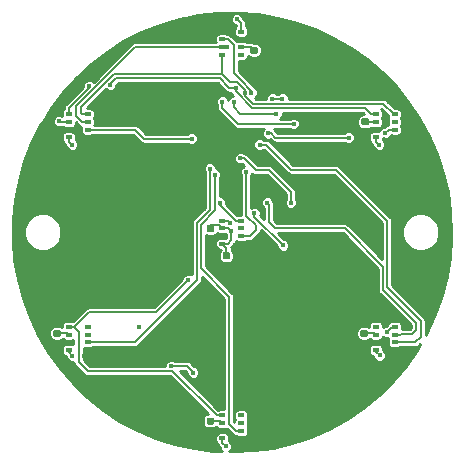
<source format=gbr>
G04 #@! TF.GenerationSoftware,KiCad,Pcbnew,5.0.1-33cea8e~67~ubuntu16.04.1*
G04 #@! TF.CreationDate,2018-10-18T10:50:00-04:00*
G04 #@! TF.ProjectId,MQP Kat Foot Sensors,4D5150204B617420466F6F742053656E,rev?*
G04 #@! TF.SameCoordinates,Original*
G04 #@! TF.FileFunction,Copper,L2,Bot,Signal*
G04 #@! TF.FilePolarity,Positive*
%FSLAX46Y46*%
G04 Gerber Fmt 4.6, Leading zero omitted, Abs format (unit mm)*
G04 Created by KiCad (PCBNEW 5.0.1-33cea8e~67~ubuntu16.04.1) date Thu 18 Oct 2018 10:50:00 AM EDT*
%MOMM*%
%LPD*%
G01*
G04 APERTURE LIST*
G04 #@! TA.AperFunction,SMDPad,CuDef*
%ADD10R,0.500000X0.350000*%
G04 #@! TD*
G04 #@! TA.AperFunction,Conductor*
%ADD11C,0.100000*%
G04 #@! TD*
G04 #@! TA.AperFunction,SMDPad,CuDef*
%ADD12C,0.590000*%
G04 #@! TD*
G04 #@! TA.AperFunction,ViaPad*
%ADD13C,0.400000*%
G04 #@! TD*
G04 #@! TA.AperFunction,Conductor*
%ADD14C,0.200000*%
G04 #@! TD*
G04 #@! TA.AperFunction,Conductor*
%ADD15C,0.254000*%
G04 #@! TD*
G04 APERTURE END LIST*
D10*
G04 #@! TO.P,IC6,8*
G04 #@! TO.N,+3V3*
X-13800000Y-9975000D03*
G04 #@! TO.P,IC6,7*
G04 #@! TO.N,GND*
X-13800000Y-9325000D03*
G04 #@! TO.P,IC6,6*
G04 #@! TO.N,+3V3*
X-13800000Y-8675000D03*
G04 #@! TO.P,IC6,5*
G04 #@! TO.N,MISO*
X-13800000Y-8025000D03*
G04 #@! TO.P,IC6,4*
G04 #@! TO.N,SCK*
X-12200000Y-8025000D03*
G04 #@! TO.P,IC6,3*
G04 #@! TO.N,MOSI*
X-12200000Y-8675000D03*
G04 #@! TO.P,IC6,2*
G04 #@! TO.N,CS7*
X-12200000Y-9325000D03*
G04 #@! TO.P,IC6,1*
G04 #@! TO.N,GND*
X-12200000Y-9975000D03*
G04 #@! TD*
G04 #@! TO.P,IC7,8*
G04 #@! TO.N,+3V3*
X12200000Y-9975000D03*
G04 #@! TO.P,IC7,7*
G04 #@! TO.N,GND*
X12200000Y-9325000D03*
G04 #@! TO.P,IC7,6*
G04 #@! TO.N,+3V3*
X12200000Y-8675000D03*
G04 #@! TO.P,IC7,5*
G04 #@! TO.N,MISO*
X12200000Y-8025000D03*
G04 #@! TO.P,IC7,4*
G04 #@! TO.N,SCK*
X13800000Y-8025000D03*
G04 #@! TO.P,IC7,3*
G04 #@! TO.N,MOSI*
X13800000Y-8675000D03*
G04 #@! TO.P,IC7,2*
G04 #@! TO.N,CS5*
X13800000Y-9325000D03*
G04 #@! TO.P,IC7,1*
G04 #@! TO.N,GND*
X13800000Y-9975000D03*
G04 #@! TD*
G04 #@! TO.P,IC3,8*
G04 #@! TO.N,+3V3*
X-800000Y-17475000D03*
G04 #@! TO.P,IC3,7*
G04 #@! TO.N,GND*
X-800000Y-16825000D03*
G04 #@! TO.P,IC3,6*
G04 #@! TO.N,+3V3*
X-800000Y-16175000D03*
G04 #@! TO.P,IC3,5*
G04 #@! TO.N,MISO*
X-800000Y-15525000D03*
G04 #@! TO.P,IC3,4*
G04 #@! TO.N,SCK*
X800000Y-15525000D03*
G04 #@! TO.P,IC3,3*
G04 #@! TO.N,MOSI*
X800000Y-16175000D03*
G04 #@! TO.P,IC3,2*
G04 #@! TO.N,CS6*
X800000Y-16825000D03*
G04 #@! TO.P,IC3,1*
G04 #@! TO.N,GND*
X800000Y-17475000D03*
G04 #@! TD*
G04 #@! TO.P,IC4,8*
G04 #@! TO.N,+3V3*
X-800000Y-975000D03*
G04 #@! TO.P,IC4,7*
G04 #@! TO.N,GND*
X-800000Y-325000D03*
G04 #@! TO.P,IC4,6*
G04 #@! TO.N,+3V3*
X-800000Y325000D03*
G04 #@! TO.P,IC4,5*
G04 #@! TO.N,MISO*
X-800000Y975000D03*
G04 #@! TO.P,IC4,4*
G04 #@! TO.N,SCK*
X800000Y975000D03*
G04 #@! TO.P,IC4,3*
G04 #@! TO.N,MOSI*
X800000Y325000D03*
G04 #@! TO.P,IC4,2*
G04 #@! TO.N,CS2*
X800000Y-325000D03*
G04 #@! TO.P,IC4,1*
G04 #@! TO.N,GND*
X800000Y-975000D03*
G04 #@! TD*
G04 #@! TO.P,IC1,8*
G04 #@! TO.N,+3V3*
X-13800000Y8025000D03*
G04 #@! TO.P,IC1,7*
G04 #@! TO.N,GND*
X-13800000Y8675000D03*
G04 #@! TO.P,IC1,6*
G04 #@! TO.N,+3V3*
X-13800000Y9325000D03*
G04 #@! TO.P,IC1,5*
G04 #@! TO.N,MISO2*
X-13800000Y9975000D03*
G04 #@! TO.P,IC1,4*
G04 #@! TO.N,SCK2*
X-12200000Y9975000D03*
G04 #@! TO.P,IC1,3*
G04 #@! TO.N,MOSI2*
X-12200000Y9325000D03*
G04 #@! TO.P,IC1,2*
G04 #@! TO.N,CS1*
X-12200000Y8675000D03*
G04 #@! TO.P,IC1,1*
G04 #@! TO.N,GND*
X-12200000Y8025000D03*
G04 #@! TD*
G04 #@! TO.P,IC2,8*
G04 #@! TO.N,+3V3*
X800000Y16975000D03*
G04 #@! TO.P,IC2,7*
G04 #@! TO.N,GND*
X800000Y16325000D03*
G04 #@! TO.P,IC2,6*
G04 #@! TO.N,+3V3*
X800000Y15675000D03*
G04 #@! TO.P,IC2,5*
G04 #@! TO.N,MISO2*
X800000Y15025000D03*
G04 #@! TO.P,IC2,4*
G04 #@! TO.N,SCK2*
X-800000Y15025000D03*
G04 #@! TO.P,IC2,3*
G04 #@! TO.N,MOSI2*
X-800000Y15675000D03*
G04 #@! TO.P,IC2,2*
G04 #@! TO.N,CS3*
X-800000Y16325000D03*
G04 #@! TO.P,IC2,1*
G04 #@! TO.N,GND*
X-800000Y16975000D03*
G04 #@! TD*
G04 #@! TO.P,IC5,8*
G04 #@! TO.N,+3V3*
X12200000Y8025000D03*
G04 #@! TO.P,IC5,7*
G04 #@! TO.N,GND*
X12200000Y8675000D03*
G04 #@! TO.P,IC5,6*
G04 #@! TO.N,+3V3*
X12200000Y9325000D03*
G04 #@! TO.P,IC5,5*
G04 #@! TO.N,MISO2*
X12200000Y9975000D03*
G04 #@! TO.P,IC5,4*
G04 #@! TO.N,SCK2*
X13800000Y9975000D03*
G04 #@! TO.P,IC5,3*
G04 #@! TO.N,MOSI2*
X13800000Y9325000D03*
G04 #@! TO.P,IC5,2*
G04 #@! TO.N,CS4*
X13800000Y8675000D03*
G04 #@! TO.P,IC5,1*
G04 #@! TO.N,GND*
X13800000Y8025000D03*
G04 #@! TD*
D11*
G04 #@! TO.N,+3V3*
G04 #@! TO.C,C4*
G36*
X-14603042Y-8275710D02*
X-14588724Y-8277834D01*
X-14574683Y-8281351D01*
X-14561054Y-8286228D01*
X-14547969Y-8292417D01*
X-14535553Y-8299858D01*
X-14523927Y-8308481D01*
X-14513202Y-8318202D01*
X-14503481Y-8328927D01*
X-14494858Y-8340553D01*
X-14487417Y-8352969D01*
X-14481228Y-8366054D01*
X-14476351Y-8379683D01*
X-14472834Y-8393724D01*
X-14470710Y-8408042D01*
X-14470000Y-8422500D01*
X-14470000Y-8717500D01*
X-14470710Y-8731958D01*
X-14472834Y-8746276D01*
X-14476351Y-8760317D01*
X-14481228Y-8773946D01*
X-14487417Y-8787031D01*
X-14494858Y-8799447D01*
X-14503481Y-8811073D01*
X-14513202Y-8821798D01*
X-14523927Y-8831519D01*
X-14535553Y-8840142D01*
X-14547969Y-8847583D01*
X-14561054Y-8853772D01*
X-14574683Y-8858649D01*
X-14588724Y-8862166D01*
X-14603042Y-8864290D01*
X-14617500Y-8865000D01*
X-14962500Y-8865000D01*
X-14976958Y-8864290D01*
X-14991276Y-8862166D01*
X-15005317Y-8858649D01*
X-15018946Y-8853772D01*
X-15032031Y-8847583D01*
X-15044447Y-8840142D01*
X-15056073Y-8831519D01*
X-15066798Y-8821798D01*
X-15076519Y-8811073D01*
X-15085142Y-8799447D01*
X-15092583Y-8787031D01*
X-15098772Y-8773946D01*
X-15103649Y-8760317D01*
X-15107166Y-8746276D01*
X-15109290Y-8731958D01*
X-15110000Y-8717500D01*
X-15110000Y-8422500D01*
X-15109290Y-8408042D01*
X-15107166Y-8393724D01*
X-15103649Y-8379683D01*
X-15098772Y-8366054D01*
X-15092583Y-8352969D01*
X-15085142Y-8340553D01*
X-15076519Y-8328927D01*
X-15066798Y-8318202D01*
X-15056073Y-8308481D01*
X-15044447Y-8299858D01*
X-15032031Y-8292417D01*
X-15018946Y-8286228D01*
X-15005317Y-8281351D01*
X-14991276Y-8277834D01*
X-14976958Y-8275710D01*
X-14962500Y-8275000D01*
X-14617500Y-8275000D01*
X-14603042Y-8275710D01*
X-14603042Y-8275710D01*
G37*
D12*
G04 #@! TD*
G04 #@! TO.P,C4,1*
G04 #@! TO.N,+3V3*
X-14790000Y-8570000D03*
D11*
G04 #@! TO.N,GND*
G04 #@! TO.C,C4*
G36*
X-14603042Y-9245710D02*
X-14588724Y-9247834D01*
X-14574683Y-9251351D01*
X-14561054Y-9256228D01*
X-14547969Y-9262417D01*
X-14535553Y-9269858D01*
X-14523927Y-9278481D01*
X-14513202Y-9288202D01*
X-14503481Y-9298927D01*
X-14494858Y-9310553D01*
X-14487417Y-9322969D01*
X-14481228Y-9336054D01*
X-14476351Y-9349683D01*
X-14472834Y-9363724D01*
X-14470710Y-9378042D01*
X-14470000Y-9392500D01*
X-14470000Y-9687500D01*
X-14470710Y-9701958D01*
X-14472834Y-9716276D01*
X-14476351Y-9730317D01*
X-14481228Y-9743946D01*
X-14487417Y-9757031D01*
X-14494858Y-9769447D01*
X-14503481Y-9781073D01*
X-14513202Y-9791798D01*
X-14523927Y-9801519D01*
X-14535553Y-9810142D01*
X-14547969Y-9817583D01*
X-14561054Y-9823772D01*
X-14574683Y-9828649D01*
X-14588724Y-9832166D01*
X-14603042Y-9834290D01*
X-14617500Y-9835000D01*
X-14962500Y-9835000D01*
X-14976958Y-9834290D01*
X-14991276Y-9832166D01*
X-15005317Y-9828649D01*
X-15018946Y-9823772D01*
X-15032031Y-9817583D01*
X-15044447Y-9810142D01*
X-15056073Y-9801519D01*
X-15066798Y-9791798D01*
X-15076519Y-9781073D01*
X-15085142Y-9769447D01*
X-15092583Y-9757031D01*
X-15098772Y-9743946D01*
X-15103649Y-9730317D01*
X-15107166Y-9716276D01*
X-15109290Y-9701958D01*
X-15110000Y-9687500D01*
X-15110000Y-9392500D01*
X-15109290Y-9378042D01*
X-15107166Y-9363724D01*
X-15103649Y-9349683D01*
X-15098772Y-9336054D01*
X-15092583Y-9322969D01*
X-15085142Y-9310553D01*
X-15076519Y-9298927D01*
X-15066798Y-9288202D01*
X-15056073Y-9278481D01*
X-15044447Y-9269858D01*
X-15032031Y-9262417D01*
X-15018946Y-9256228D01*
X-15005317Y-9251351D01*
X-14991276Y-9247834D01*
X-14976958Y-9245710D01*
X-14962500Y-9245000D01*
X-14617500Y-9245000D01*
X-14603042Y-9245710D01*
X-14603042Y-9245710D01*
G37*
D12*
G04 #@! TD*
G04 #@! TO.P,C4,2*
G04 #@! TO.N,GND*
X-14790000Y-9540000D03*
D11*
G04 #@! TO.N,+3V3*
G04 #@! TO.C,C6*
G36*
X-1623042Y-15705710D02*
X-1608724Y-15707834D01*
X-1594683Y-15711351D01*
X-1581054Y-15716228D01*
X-1567969Y-15722417D01*
X-1555553Y-15729858D01*
X-1543927Y-15738481D01*
X-1533202Y-15748202D01*
X-1523481Y-15758927D01*
X-1514858Y-15770553D01*
X-1507417Y-15782969D01*
X-1501228Y-15796054D01*
X-1496351Y-15809683D01*
X-1492834Y-15823724D01*
X-1490710Y-15838042D01*
X-1490000Y-15852500D01*
X-1490000Y-16147500D01*
X-1490710Y-16161958D01*
X-1492834Y-16176276D01*
X-1496351Y-16190317D01*
X-1501228Y-16203946D01*
X-1507417Y-16217031D01*
X-1514858Y-16229447D01*
X-1523481Y-16241073D01*
X-1533202Y-16251798D01*
X-1543927Y-16261519D01*
X-1555553Y-16270142D01*
X-1567969Y-16277583D01*
X-1581054Y-16283772D01*
X-1594683Y-16288649D01*
X-1608724Y-16292166D01*
X-1623042Y-16294290D01*
X-1637500Y-16295000D01*
X-1982500Y-16295000D01*
X-1996958Y-16294290D01*
X-2011276Y-16292166D01*
X-2025317Y-16288649D01*
X-2038946Y-16283772D01*
X-2052031Y-16277583D01*
X-2064447Y-16270142D01*
X-2076073Y-16261519D01*
X-2086798Y-16251798D01*
X-2096519Y-16241073D01*
X-2105142Y-16229447D01*
X-2112583Y-16217031D01*
X-2118772Y-16203946D01*
X-2123649Y-16190317D01*
X-2127166Y-16176276D01*
X-2129290Y-16161958D01*
X-2130000Y-16147500D01*
X-2130000Y-15852500D01*
X-2129290Y-15838042D01*
X-2127166Y-15823724D01*
X-2123649Y-15809683D01*
X-2118772Y-15796054D01*
X-2112583Y-15782969D01*
X-2105142Y-15770553D01*
X-2096519Y-15758927D01*
X-2086798Y-15748202D01*
X-2076073Y-15738481D01*
X-2064447Y-15729858D01*
X-2052031Y-15722417D01*
X-2038946Y-15716228D01*
X-2025317Y-15711351D01*
X-2011276Y-15707834D01*
X-1996958Y-15705710D01*
X-1982500Y-15705000D01*
X-1637500Y-15705000D01*
X-1623042Y-15705710D01*
X-1623042Y-15705710D01*
G37*
D12*
G04 #@! TD*
G04 #@! TO.P,C6,1*
G04 #@! TO.N,+3V3*
X-1810000Y-16000000D03*
D11*
G04 #@! TO.N,GND*
G04 #@! TO.C,C6*
G36*
X-1623042Y-16675710D02*
X-1608724Y-16677834D01*
X-1594683Y-16681351D01*
X-1581054Y-16686228D01*
X-1567969Y-16692417D01*
X-1555553Y-16699858D01*
X-1543927Y-16708481D01*
X-1533202Y-16718202D01*
X-1523481Y-16728927D01*
X-1514858Y-16740553D01*
X-1507417Y-16752969D01*
X-1501228Y-16766054D01*
X-1496351Y-16779683D01*
X-1492834Y-16793724D01*
X-1490710Y-16808042D01*
X-1490000Y-16822500D01*
X-1490000Y-17117500D01*
X-1490710Y-17131958D01*
X-1492834Y-17146276D01*
X-1496351Y-17160317D01*
X-1501228Y-17173946D01*
X-1507417Y-17187031D01*
X-1514858Y-17199447D01*
X-1523481Y-17211073D01*
X-1533202Y-17221798D01*
X-1543927Y-17231519D01*
X-1555553Y-17240142D01*
X-1567969Y-17247583D01*
X-1581054Y-17253772D01*
X-1594683Y-17258649D01*
X-1608724Y-17262166D01*
X-1623042Y-17264290D01*
X-1637500Y-17265000D01*
X-1982500Y-17265000D01*
X-1996958Y-17264290D01*
X-2011276Y-17262166D01*
X-2025317Y-17258649D01*
X-2038946Y-17253772D01*
X-2052031Y-17247583D01*
X-2064447Y-17240142D01*
X-2076073Y-17231519D01*
X-2086798Y-17221798D01*
X-2096519Y-17211073D01*
X-2105142Y-17199447D01*
X-2112583Y-17187031D01*
X-2118772Y-17173946D01*
X-2123649Y-17160317D01*
X-2127166Y-17146276D01*
X-2129290Y-17131958D01*
X-2130000Y-17117500D01*
X-2130000Y-16822500D01*
X-2129290Y-16808042D01*
X-2127166Y-16793724D01*
X-2123649Y-16779683D01*
X-2118772Y-16766054D01*
X-2112583Y-16752969D01*
X-2105142Y-16740553D01*
X-2096519Y-16728927D01*
X-2086798Y-16718202D01*
X-2076073Y-16708481D01*
X-2064447Y-16699858D01*
X-2052031Y-16692417D01*
X-2038946Y-16686228D01*
X-2025317Y-16681351D01*
X-2011276Y-16677834D01*
X-1996958Y-16675710D01*
X-1982500Y-16675000D01*
X-1637500Y-16675000D01*
X-1623042Y-16675710D01*
X-1623042Y-16675710D01*
G37*
D12*
G04 #@! TD*
G04 #@! TO.P,C6,2*
G04 #@! TO.N,GND*
X-1810000Y-16970000D03*
D11*
G04 #@! TO.N,+3V3*
G04 #@! TO.C,C10*
G36*
X2056958Y15689290D02*
X2071276Y15687166D01*
X2085317Y15683649D01*
X2098946Y15678772D01*
X2112031Y15672583D01*
X2124447Y15665142D01*
X2136073Y15656519D01*
X2146798Y15646798D01*
X2156519Y15636073D01*
X2165142Y15624447D01*
X2172583Y15612031D01*
X2178772Y15598946D01*
X2183649Y15585317D01*
X2187166Y15571276D01*
X2189290Y15556958D01*
X2190000Y15542500D01*
X2190000Y15247500D01*
X2189290Y15233042D01*
X2187166Y15218724D01*
X2183649Y15204683D01*
X2178772Y15191054D01*
X2172583Y15177969D01*
X2165142Y15165553D01*
X2156519Y15153927D01*
X2146798Y15143202D01*
X2136073Y15133481D01*
X2124447Y15124858D01*
X2112031Y15117417D01*
X2098946Y15111228D01*
X2085317Y15106351D01*
X2071276Y15102834D01*
X2056958Y15100710D01*
X2042500Y15100000D01*
X1697500Y15100000D01*
X1683042Y15100710D01*
X1668724Y15102834D01*
X1654683Y15106351D01*
X1641054Y15111228D01*
X1627969Y15117417D01*
X1615553Y15124858D01*
X1603927Y15133481D01*
X1593202Y15143202D01*
X1583481Y15153927D01*
X1574858Y15165553D01*
X1567417Y15177969D01*
X1561228Y15191054D01*
X1556351Y15204683D01*
X1552834Y15218724D01*
X1550710Y15233042D01*
X1550000Y15247500D01*
X1550000Y15542500D01*
X1550710Y15556958D01*
X1552834Y15571276D01*
X1556351Y15585317D01*
X1561228Y15598946D01*
X1567417Y15612031D01*
X1574858Y15624447D01*
X1583481Y15636073D01*
X1593202Y15646798D01*
X1603927Y15656519D01*
X1615553Y15665142D01*
X1627969Y15672583D01*
X1641054Y15678772D01*
X1654683Y15683649D01*
X1668724Y15687166D01*
X1683042Y15689290D01*
X1697500Y15690000D01*
X2042500Y15690000D01*
X2056958Y15689290D01*
X2056958Y15689290D01*
G37*
D12*
G04 #@! TD*
G04 #@! TO.P,C10,1*
G04 #@! TO.N,+3V3*
X1870000Y15395000D03*
D11*
G04 #@! TO.N,GND*
G04 #@! TO.C,C10*
G36*
X2056958Y16659290D02*
X2071276Y16657166D01*
X2085317Y16653649D01*
X2098946Y16648772D01*
X2112031Y16642583D01*
X2124447Y16635142D01*
X2136073Y16626519D01*
X2146798Y16616798D01*
X2156519Y16606073D01*
X2165142Y16594447D01*
X2172583Y16582031D01*
X2178772Y16568946D01*
X2183649Y16555317D01*
X2187166Y16541276D01*
X2189290Y16526958D01*
X2190000Y16512500D01*
X2190000Y16217500D01*
X2189290Y16203042D01*
X2187166Y16188724D01*
X2183649Y16174683D01*
X2178772Y16161054D01*
X2172583Y16147969D01*
X2165142Y16135553D01*
X2156519Y16123927D01*
X2146798Y16113202D01*
X2136073Y16103481D01*
X2124447Y16094858D01*
X2112031Y16087417D01*
X2098946Y16081228D01*
X2085317Y16076351D01*
X2071276Y16072834D01*
X2056958Y16070710D01*
X2042500Y16070000D01*
X1697500Y16070000D01*
X1683042Y16070710D01*
X1668724Y16072834D01*
X1654683Y16076351D01*
X1641054Y16081228D01*
X1627969Y16087417D01*
X1615553Y16094858D01*
X1603927Y16103481D01*
X1593202Y16113202D01*
X1583481Y16123927D01*
X1574858Y16135553D01*
X1567417Y16147969D01*
X1561228Y16161054D01*
X1556351Y16174683D01*
X1552834Y16188724D01*
X1550710Y16203042D01*
X1550000Y16217500D01*
X1550000Y16512500D01*
X1550710Y16526958D01*
X1552834Y16541276D01*
X1556351Y16555317D01*
X1561228Y16568946D01*
X1567417Y16582031D01*
X1574858Y16594447D01*
X1583481Y16606073D01*
X1593202Y16616798D01*
X1603927Y16626519D01*
X1615553Y16635142D01*
X1627969Y16642583D01*
X1641054Y16648772D01*
X1654683Y16653649D01*
X1668724Y16657166D01*
X1683042Y16659290D01*
X1697500Y16660000D01*
X2042500Y16660000D01*
X2056958Y16659290D01*
X2056958Y16659290D01*
G37*
D12*
G04 #@! TD*
G04 #@! TO.P,C10,2*
G04 #@! TO.N,GND*
X1870000Y16365000D03*
D11*
G04 #@! TO.N,+3V3*
G04 #@! TO.C,C11*
G36*
X11376958Y-8285710D02*
X11391276Y-8287834D01*
X11405317Y-8291351D01*
X11418946Y-8296228D01*
X11432031Y-8302417D01*
X11444447Y-8309858D01*
X11456073Y-8318481D01*
X11466798Y-8328202D01*
X11476519Y-8338927D01*
X11485142Y-8350553D01*
X11492583Y-8362969D01*
X11498772Y-8376054D01*
X11503649Y-8389683D01*
X11507166Y-8403724D01*
X11509290Y-8418042D01*
X11510000Y-8432500D01*
X11510000Y-8727500D01*
X11509290Y-8741958D01*
X11507166Y-8756276D01*
X11503649Y-8770317D01*
X11498772Y-8783946D01*
X11492583Y-8797031D01*
X11485142Y-8809447D01*
X11476519Y-8821073D01*
X11466798Y-8831798D01*
X11456073Y-8841519D01*
X11444447Y-8850142D01*
X11432031Y-8857583D01*
X11418946Y-8863772D01*
X11405317Y-8868649D01*
X11391276Y-8872166D01*
X11376958Y-8874290D01*
X11362500Y-8875000D01*
X11017500Y-8875000D01*
X11003042Y-8874290D01*
X10988724Y-8872166D01*
X10974683Y-8868649D01*
X10961054Y-8863772D01*
X10947969Y-8857583D01*
X10935553Y-8850142D01*
X10923927Y-8841519D01*
X10913202Y-8831798D01*
X10903481Y-8821073D01*
X10894858Y-8809447D01*
X10887417Y-8797031D01*
X10881228Y-8783946D01*
X10876351Y-8770317D01*
X10872834Y-8756276D01*
X10870710Y-8741958D01*
X10870000Y-8727500D01*
X10870000Y-8432500D01*
X10870710Y-8418042D01*
X10872834Y-8403724D01*
X10876351Y-8389683D01*
X10881228Y-8376054D01*
X10887417Y-8362969D01*
X10894858Y-8350553D01*
X10903481Y-8338927D01*
X10913202Y-8328202D01*
X10923927Y-8318481D01*
X10935553Y-8309858D01*
X10947969Y-8302417D01*
X10961054Y-8296228D01*
X10974683Y-8291351D01*
X10988724Y-8287834D01*
X11003042Y-8285710D01*
X11017500Y-8285000D01*
X11362500Y-8285000D01*
X11376958Y-8285710D01*
X11376958Y-8285710D01*
G37*
D12*
G04 #@! TD*
G04 #@! TO.P,C11,2*
G04 #@! TO.N,+3V3*
X11190000Y-8580000D03*
D11*
G04 #@! TO.N,GND*
G04 #@! TO.C,C11*
G36*
X11376958Y-9255710D02*
X11391276Y-9257834D01*
X11405317Y-9261351D01*
X11418946Y-9266228D01*
X11432031Y-9272417D01*
X11444447Y-9279858D01*
X11456073Y-9288481D01*
X11466798Y-9298202D01*
X11476519Y-9308927D01*
X11485142Y-9320553D01*
X11492583Y-9332969D01*
X11498772Y-9346054D01*
X11503649Y-9359683D01*
X11507166Y-9373724D01*
X11509290Y-9388042D01*
X11510000Y-9402500D01*
X11510000Y-9697500D01*
X11509290Y-9711958D01*
X11507166Y-9726276D01*
X11503649Y-9740317D01*
X11498772Y-9753946D01*
X11492583Y-9767031D01*
X11485142Y-9779447D01*
X11476519Y-9791073D01*
X11466798Y-9801798D01*
X11456073Y-9811519D01*
X11444447Y-9820142D01*
X11432031Y-9827583D01*
X11418946Y-9833772D01*
X11405317Y-9838649D01*
X11391276Y-9842166D01*
X11376958Y-9844290D01*
X11362500Y-9845000D01*
X11017500Y-9845000D01*
X11003042Y-9844290D01*
X10988724Y-9842166D01*
X10974683Y-9838649D01*
X10961054Y-9833772D01*
X10947969Y-9827583D01*
X10935553Y-9820142D01*
X10923927Y-9811519D01*
X10913202Y-9801798D01*
X10903481Y-9791073D01*
X10894858Y-9779447D01*
X10887417Y-9767031D01*
X10881228Y-9753946D01*
X10876351Y-9740317D01*
X10872834Y-9726276D01*
X10870710Y-9711958D01*
X10870000Y-9697500D01*
X10870000Y-9402500D01*
X10870710Y-9388042D01*
X10872834Y-9373724D01*
X10876351Y-9359683D01*
X10881228Y-9346054D01*
X10887417Y-9332969D01*
X10894858Y-9320553D01*
X10903481Y-9308927D01*
X10913202Y-9298202D01*
X10923927Y-9288481D01*
X10935553Y-9279858D01*
X10947969Y-9272417D01*
X10961054Y-9266228D01*
X10974683Y-9261351D01*
X10988724Y-9257834D01*
X11003042Y-9255710D01*
X11017500Y-9255000D01*
X11362500Y-9255000D01*
X11376958Y-9255710D01*
X11376958Y-9255710D01*
G37*
D12*
G04 #@! TD*
G04 #@! TO.P,C11,1*
G04 #@! TO.N,GND*
X11190000Y-9550000D03*
D11*
G04 #@! TO.N,+3V3*
G04 #@! TO.C,C12*
G36*
X-288042Y-1680710D02*
X-273724Y-1682834D01*
X-259683Y-1686351D01*
X-246054Y-1691228D01*
X-232969Y-1697417D01*
X-220553Y-1704858D01*
X-208927Y-1713481D01*
X-198202Y-1723202D01*
X-188481Y-1733927D01*
X-179858Y-1745553D01*
X-172417Y-1757969D01*
X-166228Y-1771054D01*
X-161351Y-1784683D01*
X-157834Y-1798724D01*
X-155710Y-1813042D01*
X-155000Y-1827500D01*
X-155000Y-2172500D01*
X-155710Y-2186958D01*
X-157834Y-2201276D01*
X-161351Y-2215317D01*
X-166228Y-2228946D01*
X-172417Y-2242031D01*
X-179858Y-2254447D01*
X-188481Y-2266073D01*
X-198202Y-2276798D01*
X-208927Y-2286519D01*
X-220553Y-2295142D01*
X-232969Y-2302583D01*
X-246054Y-2308772D01*
X-259683Y-2313649D01*
X-273724Y-2317166D01*
X-288042Y-2319290D01*
X-302500Y-2320000D01*
X-597500Y-2320000D01*
X-611958Y-2319290D01*
X-626276Y-2317166D01*
X-640317Y-2313649D01*
X-653946Y-2308772D01*
X-667031Y-2302583D01*
X-679447Y-2295142D01*
X-691073Y-2286519D01*
X-701798Y-2276798D01*
X-711519Y-2266073D01*
X-720142Y-2254447D01*
X-727583Y-2242031D01*
X-733772Y-2228946D01*
X-738649Y-2215317D01*
X-742166Y-2201276D01*
X-744290Y-2186958D01*
X-745000Y-2172500D01*
X-745000Y-1827500D01*
X-744290Y-1813042D01*
X-742166Y-1798724D01*
X-738649Y-1784683D01*
X-733772Y-1771054D01*
X-727583Y-1757969D01*
X-720142Y-1745553D01*
X-711519Y-1733927D01*
X-701798Y-1723202D01*
X-691073Y-1713481D01*
X-679447Y-1704858D01*
X-667031Y-1697417D01*
X-653946Y-1691228D01*
X-640317Y-1686351D01*
X-626276Y-1682834D01*
X-611958Y-1680710D01*
X-597500Y-1680000D01*
X-302500Y-1680000D01*
X-288042Y-1680710D01*
X-288042Y-1680710D01*
G37*
D12*
G04 #@! TD*
G04 #@! TO.P,C12,1*
G04 #@! TO.N,+3V3*
X-450000Y-2000000D03*
D11*
G04 #@! TO.N,GND*
G04 #@! TO.C,C12*
G36*
X681958Y-1680710D02*
X696276Y-1682834D01*
X710317Y-1686351D01*
X723946Y-1691228D01*
X737031Y-1697417D01*
X749447Y-1704858D01*
X761073Y-1713481D01*
X771798Y-1723202D01*
X781519Y-1733927D01*
X790142Y-1745553D01*
X797583Y-1757969D01*
X803772Y-1771054D01*
X808649Y-1784683D01*
X812166Y-1798724D01*
X814290Y-1813042D01*
X815000Y-1827500D01*
X815000Y-2172500D01*
X814290Y-2186958D01*
X812166Y-2201276D01*
X808649Y-2215317D01*
X803772Y-2228946D01*
X797583Y-2242031D01*
X790142Y-2254447D01*
X781519Y-2266073D01*
X771798Y-2276798D01*
X761073Y-2286519D01*
X749447Y-2295142D01*
X737031Y-2302583D01*
X723946Y-2308772D01*
X710317Y-2313649D01*
X696276Y-2317166D01*
X681958Y-2319290D01*
X667500Y-2320000D01*
X372500Y-2320000D01*
X358042Y-2319290D01*
X343724Y-2317166D01*
X329683Y-2313649D01*
X316054Y-2308772D01*
X302969Y-2302583D01*
X290553Y-2295142D01*
X278927Y-2286519D01*
X268202Y-2276798D01*
X258481Y-2266073D01*
X249858Y-2254447D01*
X242417Y-2242031D01*
X236228Y-2228946D01*
X231351Y-2215317D01*
X227834Y-2201276D01*
X225710Y-2186958D01*
X225000Y-2172500D01*
X225000Y-1827500D01*
X225710Y-1813042D01*
X227834Y-1798724D01*
X231351Y-1784683D01*
X236228Y-1771054D01*
X242417Y-1757969D01*
X249858Y-1745553D01*
X258481Y-1733927D01*
X268202Y-1723202D01*
X278927Y-1713481D01*
X290553Y-1704858D01*
X302969Y-1697417D01*
X316054Y-1691228D01*
X329683Y-1686351D01*
X343724Y-1682834D01*
X358042Y-1680710D01*
X372500Y-1680000D01*
X667500Y-1680000D01*
X681958Y-1680710D01*
X681958Y-1680710D01*
G37*
D12*
G04 #@! TD*
G04 #@! TO.P,C12,2*
G04 #@! TO.N,GND*
X520000Y-2000000D03*
D11*
G04 #@! TO.N,+3V3*
G04 #@! TO.C,C14*
G36*
X11476958Y9634290D02*
X11491276Y9632166D01*
X11505317Y9628649D01*
X11518946Y9623772D01*
X11532031Y9617583D01*
X11544447Y9610142D01*
X11556073Y9601519D01*
X11566798Y9591798D01*
X11576519Y9581073D01*
X11585142Y9569447D01*
X11592583Y9557031D01*
X11598772Y9543946D01*
X11603649Y9530317D01*
X11607166Y9516276D01*
X11609290Y9501958D01*
X11610000Y9487500D01*
X11610000Y9192500D01*
X11609290Y9178042D01*
X11607166Y9163724D01*
X11603649Y9149683D01*
X11598772Y9136054D01*
X11592583Y9122969D01*
X11585142Y9110553D01*
X11576519Y9098927D01*
X11566798Y9088202D01*
X11556073Y9078481D01*
X11544447Y9069858D01*
X11532031Y9062417D01*
X11518946Y9056228D01*
X11505317Y9051351D01*
X11491276Y9047834D01*
X11476958Y9045710D01*
X11462500Y9045000D01*
X11117500Y9045000D01*
X11103042Y9045710D01*
X11088724Y9047834D01*
X11074683Y9051351D01*
X11061054Y9056228D01*
X11047969Y9062417D01*
X11035553Y9069858D01*
X11023927Y9078481D01*
X11013202Y9088202D01*
X11003481Y9098927D01*
X10994858Y9110553D01*
X10987417Y9122969D01*
X10981228Y9136054D01*
X10976351Y9149683D01*
X10972834Y9163724D01*
X10970710Y9178042D01*
X10970000Y9192500D01*
X10970000Y9487500D01*
X10970710Y9501958D01*
X10972834Y9516276D01*
X10976351Y9530317D01*
X10981228Y9543946D01*
X10987417Y9557031D01*
X10994858Y9569447D01*
X11003481Y9581073D01*
X11013202Y9591798D01*
X11023927Y9601519D01*
X11035553Y9610142D01*
X11047969Y9617583D01*
X11061054Y9623772D01*
X11074683Y9628649D01*
X11088724Y9632166D01*
X11103042Y9634290D01*
X11117500Y9635000D01*
X11462500Y9635000D01*
X11476958Y9634290D01*
X11476958Y9634290D01*
G37*
D12*
G04 #@! TD*
G04 #@! TO.P,C14,1*
G04 #@! TO.N,+3V3*
X11290000Y9340000D03*
D11*
G04 #@! TO.N,GND*
G04 #@! TO.C,C14*
G36*
X11476958Y8664290D02*
X11491276Y8662166D01*
X11505317Y8658649D01*
X11518946Y8653772D01*
X11532031Y8647583D01*
X11544447Y8640142D01*
X11556073Y8631519D01*
X11566798Y8621798D01*
X11576519Y8611073D01*
X11585142Y8599447D01*
X11592583Y8587031D01*
X11598772Y8573946D01*
X11603649Y8560317D01*
X11607166Y8546276D01*
X11609290Y8531958D01*
X11610000Y8517500D01*
X11610000Y8222500D01*
X11609290Y8208042D01*
X11607166Y8193724D01*
X11603649Y8179683D01*
X11598772Y8166054D01*
X11592583Y8152969D01*
X11585142Y8140553D01*
X11576519Y8128927D01*
X11566798Y8118202D01*
X11556073Y8108481D01*
X11544447Y8099858D01*
X11532031Y8092417D01*
X11518946Y8086228D01*
X11505317Y8081351D01*
X11491276Y8077834D01*
X11476958Y8075710D01*
X11462500Y8075000D01*
X11117500Y8075000D01*
X11103042Y8075710D01*
X11088724Y8077834D01*
X11074683Y8081351D01*
X11061054Y8086228D01*
X11047969Y8092417D01*
X11035553Y8099858D01*
X11023927Y8108481D01*
X11013202Y8118202D01*
X11003481Y8128927D01*
X10994858Y8140553D01*
X10987417Y8152969D01*
X10981228Y8166054D01*
X10976351Y8179683D01*
X10972834Y8193724D01*
X10970710Y8208042D01*
X10970000Y8222500D01*
X10970000Y8517500D01*
X10970710Y8531958D01*
X10972834Y8546276D01*
X10976351Y8560317D01*
X10981228Y8573946D01*
X10987417Y8587031D01*
X10994858Y8599447D01*
X11003481Y8611073D01*
X11013202Y8621798D01*
X11023927Y8631519D01*
X11035553Y8640142D01*
X11047969Y8647583D01*
X11061054Y8653772D01*
X11074683Y8658649D01*
X11088724Y8662166D01*
X11103042Y8664290D01*
X11117500Y8665000D01*
X11462500Y8665000D01*
X11476958Y8664290D01*
X11476958Y8664290D01*
G37*
D12*
G04 #@! TD*
G04 #@! TO.P,C14,2*
G04 #@! TO.N,GND*
X11290000Y8370000D03*
D11*
G04 #@! TO.N,+3V3*
G04 #@! TO.C,C15*
G36*
X-1613042Y599290D02*
X-1598724Y597166D01*
X-1584683Y593649D01*
X-1571054Y588772D01*
X-1557969Y582583D01*
X-1545553Y575142D01*
X-1533927Y566519D01*
X-1523202Y556798D01*
X-1513481Y546073D01*
X-1504858Y534447D01*
X-1497417Y522031D01*
X-1491228Y508946D01*
X-1486351Y495317D01*
X-1482834Y481276D01*
X-1480710Y466958D01*
X-1480000Y452500D01*
X-1480000Y157500D01*
X-1480710Y143042D01*
X-1482834Y128724D01*
X-1486351Y114683D01*
X-1491228Y101054D01*
X-1497417Y87969D01*
X-1504858Y75553D01*
X-1513481Y63927D01*
X-1523202Y53202D01*
X-1533927Y43481D01*
X-1545553Y34858D01*
X-1557969Y27417D01*
X-1571054Y21228D01*
X-1584683Y16351D01*
X-1598724Y12834D01*
X-1613042Y10710D01*
X-1627500Y10000D01*
X-1972500Y10000D01*
X-1986958Y10710D01*
X-2001276Y12834D01*
X-2015317Y16351D01*
X-2028946Y21228D01*
X-2042031Y27417D01*
X-2054447Y34858D01*
X-2066073Y43481D01*
X-2076798Y53202D01*
X-2086519Y63927D01*
X-2095142Y75553D01*
X-2102583Y87969D01*
X-2108772Y101054D01*
X-2113649Y114683D01*
X-2117166Y128724D01*
X-2119290Y143042D01*
X-2120000Y157500D01*
X-2120000Y452500D01*
X-2119290Y466958D01*
X-2117166Y481276D01*
X-2113649Y495317D01*
X-2108772Y508946D01*
X-2102583Y522031D01*
X-2095142Y534447D01*
X-2086519Y546073D01*
X-2076798Y556798D01*
X-2066073Y566519D01*
X-2054447Y575142D01*
X-2042031Y582583D01*
X-2028946Y588772D01*
X-2015317Y593649D01*
X-2001276Y597166D01*
X-1986958Y599290D01*
X-1972500Y600000D01*
X-1627500Y600000D01*
X-1613042Y599290D01*
X-1613042Y599290D01*
G37*
D12*
G04 #@! TD*
G04 #@! TO.P,C15,2*
G04 #@! TO.N,+3V3*
X-1800000Y305000D03*
D11*
G04 #@! TO.N,GND*
G04 #@! TO.C,C15*
G36*
X-1613042Y-370710D02*
X-1598724Y-372834D01*
X-1584683Y-376351D01*
X-1571054Y-381228D01*
X-1557969Y-387417D01*
X-1545553Y-394858D01*
X-1533927Y-403481D01*
X-1523202Y-413202D01*
X-1513481Y-423927D01*
X-1504858Y-435553D01*
X-1497417Y-447969D01*
X-1491228Y-461054D01*
X-1486351Y-474683D01*
X-1482834Y-488724D01*
X-1480710Y-503042D01*
X-1480000Y-517500D01*
X-1480000Y-812500D01*
X-1480710Y-826958D01*
X-1482834Y-841276D01*
X-1486351Y-855317D01*
X-1491228Y-868946D01*
X-1497417Y-882031D01*
X-1504858Y-894447D01*
X-1513481Y-906073D01*
X-1523202Y-916798D01*
X-1533927Y-926519D01*
X-1545553Y-935142D01*
X-1557969Y-942583D01*
X-1571054Y-948772D01*
X-1584683Y-953649D01*
X-1598724Y-957166D01*
X-1613042Y-959290D01*
X-1627500Y-960000D01*
X-1972500Y-960000D01*
X-1986958Y-959290D01*
X-2001276Y-957166D01*
X-2015317Y-953649D01*
X-2028946Y-948772D01*
X-2042031Y-942583D01*
X-2054447Y-935142D01*
X-2066073Y-926519D01*
X-2076798Y-916798D01*
X-2086519Y-906073D01*
X-2095142Y-894447D01*
X-2102583Y-882031D01*
X-2108772Y-868946D01*
X-2113649Y-855317D01*
X-2117166Y-841276D01*
X-2119290Y-826958D01*
X-2120000Y-812500D01*
X-2120000Y-517500D01*
X-2119290Y-503042D01*
X-2117166Y-488724D01*
X-2113649Y-474683D01*
X-2108772Y-461054D01*
X-2102583Y-447969D01*
X-2095142Y-435553D01*
X-2086519Y-423927D01*
X-2076798Y-413202D01*
X-2066073Y-403481D01*
X-2054447Y-394858D01*
X-2042031Y-387417D01*
X-2028946Y-381228D01*
X-2015317Y-376351D01*
X-2001276Y-372834D01*
X-1986958Y-370710D01*
X-1972500Y-370000D01*
X-1627500Y-370000D01*
X-1613042Y-370710D01*
X-1613042Y-370710D01*
G37*
D12*
G04 #@! TD*
G04 #@! TO.P,C15,1*
G04 #@! TO.N,GND*
X-1800000Y-665000D03*
D13*
G04 #@! TO.N,GND*
X-2650000Y2500000D03*
X-3330000Y2520000D03*
X-2670000Y3110000D03*
X-3330000Y3150000D03*
X-2680000Y3810000D03*
X-3300000Y3800000D03*
X-14740000Y3970000D03*
X-9630000Y3880000D03*
X-11180000Y3790000D03*
X-10610000Y3790000D03*
X-10900000Y4200000D03*
X-11400000Y4200000D03*
X-50000Y8650000D03*
X13440000Y7390000D03*
X8260000Y6750000D03*
X5240000Y6670000D03*
X-12550000Y7380000D03*
X-14630000Y8430000D03*
X-535000Y18030000D03*
X13480000Y-10430000D03*
X460000Y-18130000D03*
X-12550000Y-10470000D03*
X-2020000Y12200000D03*
X-13800000Y-9325000D03*
G04 #@! TO.N,+3V3*
X12470000Y7390000D03*
X11290000Y9340000D03*
X-13520000Y7380000D03*
X-14630000Y9400000D03*
X435000Y18030000D03*
X-50000Y70000D03*
X-450000Y-2000000D03*
X12510000Y-10430000D03*
X-510000Y-18130000D03*
X-1810000Y-16000000D03*
X11190000Y-8580000D03*
X-14790000Y-8570000D03*
X-13520000Y-10470000D03*
X800000Y16975000D03*
X800000Y15675000D03*
G04 #@! TO.N,CS1*
X-3390000Y7910000D03*
G04 #@! TO.N,MOSI*
X3000000Y2500000D03*
X800000Y325000D03*
X-12200000Y-8675000D03*
X800000Y-16175000D03*
G04 #@! TO.N,SCK*
X-1000000Y2500000D03*
X-12200000Y-8025000D03*
X800000Y-15525000D03*
X-7895000Y-8025000D03*
X-3270000Y-11900000D03*
X-5105870Y-11323000D03*
X13120000Y-8450000D03*
G04 #@! TO.N,MISO*
X-120000Y740000D03*
X-3680000Y-4040000D03*
X1920000Y1590000D03*
X4347158Y-1120000D03*
X12200000Y-8025000D03*
G04 #@! TO.N,CS3*
X1666859Y11812252D03*
G04 #@! TO.N,CS5*
X2350000Y7400000D03*
G04 #@! TO.N,CS2*
X1220000Y5090000D03*
G04 #@! TO.N,CS4*
X13010000Y8410000D03*
X13010000Y8410000D03*
X9900000Y8000000D03*
X3100000Y8350000D03*
G04 #@! TO.N,CS*
X700000Y6250000D03*
X5000000Y2500000D03*
G04 #@! TO.N,SWCLK*
X4277000Y11293065D03*
X3423000Y11300000D03*
G04 #@! TO.N,CS6*
X-1433000Y4860000D03*
G04 #@! TO.N,CS7*
X-1860000Y5370000D03*
G04 #@! TO.N,MOSI2*
X-370000Y15660000D03*
X13800000Y9325000D03*
X3780000Y10030000D03*
X200000Y11050000D03*
G04 #@! TO.N,SCK2*
X1140000Y11800000D03*
G04 #@! TO.N,MISO2*
X800000Y15025000D03*
X-12070705Y12370705D03*
X317000Y12239130D03*
X-10303065Y12453065D03*
G04 #@! TO.N,RX*
X-800000Y11050000D03*
X5240000Y9160000D03*
G04 #@! TD*
D14*
G04 #@! TO.N,GND*
X11595000Y8675000D02*
X11290000Y8370000D01*
X12200000Y8675000D02*
X11595000Y8675000D01*
X-14385000Y8675000D02*
X-14630000Y8430000D01*
X-13800000Y8675000D02*
X-14385000Y8675000D01*
X1830000Y16325000D02*
X1870000Y16365000D01*
X800000Y16325000D02*
X1830000Y16325000D01*
X13800000Y-10110000D02*
X13480000Y-10430000D01*
X13800000Y-9975000D02*
X13800000Y-10110000D01*
X800000Y-17790000D02*
X460000Y-18130000D01*
X800000Y-17475000D02*
X800000Y-17790000D01*
X-12200000Y-10350000D02*
X-12330000Y-10480000D01*
X-12200000Y-9975000D02*
X-12200000Y-10350000D01*
X-12540000Y-10480000D02*
X-12550000Y-10470000D01*
X-12330000Y-10480000D02*
X-12540000Y-10480000D01*
G04 #@! TO.N,+3V3*
X11305000Y9325000D02*
X11290000Y9340000D01*
X12200000Y9325000D02*
X11305000Y9325000D01*
X12200000Y7660000D02*
X12470000Y7390000D01*
X12200000Y8025000D02*
X12200000Y7660000D01*
X-13800000Y7660000D02*
X-13520000Y7380000D01*
X-13800000Y8025000D02*
X-13800000Y7660000D01*
X-14555000Y9325000D02*
X-14630000Y9400000D01*
X-13800000Y9325000D02*
X-14555000Y9325000D01*
X1590000Y15675000D02*
X1870000Y15395000D01*
X800000Y15675000D02*
X1590000Y15675000D01*
X800000Y17665000D02*
X435000Y18030000D01*
X800000Y16975000D02*
X800000Y17665000D01*
X-1045000Y570000D02*
X-800000Y325000D01*
X-1850000Y570000D02*
X-1045000Y570000D01*
X-305000Y325000D02*
X-50000Y70000D01*
X-800000Y325000D02*
X-305000Y325000D01*
X-450000Y-1325000D02*
X-800000Y-975000D01*
X-450000Y-2000000D02*
X-450000Y-1325000D01*
X12105000Y-8580000D02*
X12200000Y-8675000D01*
X11190000Y-8580000D02*
X12105000Y-8580000D01*
X12200000Y-10120000D02*
X12510000Y-10430000D01*
X12200000Y-9975000D02*
X12200000Y-10120000D01*
X-800000Y-17840000D02*
X-510000Y-18130000D01*
X-800000Y-17475000D02*
X-800000Y-17840000D01*
X-975000Y-16000000D02*
X-800000Y-16175000D01*
X-1810000Y-16000000D02*
X-975000Y-16000000D01*
X-13905000Y-8570000D02*
X-13800000Y-8675000D01*
X-14790000Y-8570000D02*
X-13905000Y-8570000D01*
X-13800000Y-10190000D02*
X-13520000Y-10470000D01*
X-13800000Y-9975000D02*
X-13800000Y-10190000D01*
X-50000Y-212842D02*
X-50000Y70000D01*
X-50000Y-675000D02*
X-50000Y-212842D01*
X-350000Y-975000D02*
X-50000Y-675000D01*
X-800000Y-975000D02*
X-350000Y-975000D01*
G04 #@! TO.N,CS1*
X-12200000Y8675000D02*
X-8225000Y8675000D01*
X-7460000Y7910000D02*
X-3390000Y7910000D01*
X-8225000Y8675000D02*
X-7460000Y7910000D01*
G04 #@! TO.N,MOSI*
X14250000Y-8675000D02*
X14285000Y-8640000D01*
X13800000Y-8675000D02*
X14250000Y-8675000D01*
X14285000Y-8640000D02*
X15240000Y-8640000D01*
X15240000Y-8640000D02*
X15600000Y-8280000D01*
X15600000Y-8280000D02*
X15600000Y-7720000D01*
X15600000Y-7720000D02*
X12790000Y-4910000D01*
X12790000Y-4910000D02*
X12790000Y-2920000D01*
X12790000Y-2920000D02*
X9560000Y310000D01*
X9560000Y310000D02*
X3650000Y310000D01*
X3650000Y310000D02*
X3130000Y830000D01*
X3130000Y2370000D02*
X3000000Y2500000D01*
X3130000Y830000D02*
X3130000Y2370000D01*
G04 #@! TO.N,SCK*
X350000Y975000D02*
X-990000Y2315000D01*
X800000Y975000D02*
X350000Y975000D01*
X-990000Y2490000D02*
X-1000000Y2500000D01*
X-990000Y2315000D02*
X-990000Y2490000D01*
X-5060000Y-11340000D02*
X-3800000Y-11340000D01*
X-3270000Y-11870000D02*
X-3270000Y-11900000D01*
X-3800000Y-11340000D02*
X-3270000Y-11870000D01*
X13545000Y-8025000D02*
X13800000Y-8025000D01*
X13120000Y-8450000D02*
X13545000Y-8025000D01*
G04 #@! TO.N,MISO*
X-355000Y975000D02*
X-120000Y740000D01*
X-800000Y975000D02*
X-355000Y975000D01*
X-13350000Y-8025000D02*
X-12125000Y-6800000D01*
X-6440000Y-6800000D02*
X-3680000Y-4040000D01*
X-12125000Y-6800000D02*
X-6440000Y-6800000D01*
X1920000Y1307158D02*
X4347158Y-1120000D01*
X1920000Y1590000D02*
X1920000Y1307158D01*
X-1250000Y-15525000D02*
X-5025000Y-11750000D01*
X-800000Y-15525000D02*
X-1250000Y-15525000D01*
X-5025000Y-11750000D02*
X-12210000Y-11750000D01*
X-12977001Y-10982999D02*
X-12977001Y-8447001D01*
X-12210000Y-11750000D02*
X-12977001Y-10982999D01*
X-13399002Y-8025000D02*
X-13550000Y-8025000D01*
X-12977001Y-8447001D02*
X-13399002Y-8025000D01*
X-13550000Y-8025000D02*
X-13350000Y-8025000D01*
X-13800000Y-8025000D02*
X-13550000Y-8025000D01*
G04 #@! TO.N,CS3*
X-350000Y16325000D02*
X160000Y15815000D01*
X-800000Y16325000D02*
X-350000Y16325000D01*
X160000Y13462461D02*
X860000Y12762460D01*
X160000Y15815000D02*
X160000Y13462461D01*
X1666859Y11955601D02*
X1666859Y11812252D01*
X860000Y12762460D02*
X1666859Y11955601D01*
G04 #@! TO.N,CS5*
X2900000Y7400000D02*
X3140000Y7160000D01*
X2350000Y7400000D02*
X2900000Y7400000D01*
X3140000Y7160000D02*
X3150000Y7160000D01*
X3150000Y7160000D02*
X5030000Y5280000D01*
X5030000Y5280000D02*
X8810000Y5280000D01*
X8810000Y5280000D02*
X13160000Y930000D01*
X13160000Y930000D02*
X13160000Y-4680000D01*
X15986466Y-7506466D02*
X15986466Y-8853534D01*
X13160000Y-4680000D02*
X15986466Y-7506466D01*
X15515000Y-9325000D02*
X13800000Y-9325000D01*
X15986466Y-8853534D02*
X15515000Y-9325000D01*
G04 #@! TO.N,CS2*
X1220000Y1388602D02*
X2050000Y558602D01*
X1220000Y5090000D02*
X1220000Y1388602D01*
X2050000Y558602D02*
X2050000Y210000D01*
X1515000Y-325000D02*
X800000Y-325000D01*
X2050000Y210000D02*
X1515000Y-325000D01*
G04 #@! TO.N,CS4*
X13275000Y8675000D02*
X13010000Y8410000D01*
X13800000Y8675000D02*
X13275000Y8675000D01*
X9900000Y8000000D02*
X3700000Y8000000D01*
X3350000Y8350000D02*
X3100000Y8350000D01*
X3700000Y8000000D02*
X3350000Y8350000D01*
G04 #@! TO.N,CS*
X1025000Y6250000D02*
X2015000Y5260000D01*
X700000Y6250000D02*
X1025000Y6250000D01*
X2015000Y5260000D02*
X3130000Y5260000D01*
X5000000Y3390000D02*
X5000000Y2500000D01*
X3130000Y5260000D02*
X5000000Y3390000D01*
G04 #@! TO.N,SWCLK*
X3429935Y11293065D02*
X3423000Y11300000D01*
X4277000Y11293065D02*
X3429935Y11293065D01*
G04 #@! TO.N,CS6*
X-1433000Y1834539D02*
X-1433000Y4860000D01*
X-2642990Y624550D02*
X-1433000Y1834539D01*
X-2642990Y-3077010D02*
X-2642990Y624550D01*
X800000Y-16825000D02*
X350000Y-16825000D01*
X350000Y-16825000D02*
X-230000Y-16245000D01*
X-230000Y-16245000D02*
X-230000Y-5490000D01*
X-230000Y-5490000D02*
X-2642990Y-3077010D01*
G04 #@! TO.N,CS7*
X-12200000Y-9325000D02*
X-8215000Y-9325000D01*
X-8215000Y-9325000D02*
X-2970000Y-4080000D01*
X-2970000Y-4080000D02*
X-2970000Y760000D01*
X-1860000Y1870000D02*
X-1860000Y5370000D01*
X-2970000Y760000D02*
X-1860000Y1870000D01*
G04 #@! TO.N,MOSI2*
X-785000Y15660000D02*
X-800000Y15675000D01*
X-370000Y15660000D02*
X-785000Y15660000D01*
X-8162540Y15675000D02*
X-800000Y15675000D01*
X-12200000Y9325000D02*
X-12650000Y9325000D01*
X-12650000Y9325000D02*
X-13180000Y9855000D01*
X-13180000Y9855000D02*
X-13180000Y10657540D01*
X-13180000Y10657540D02*
X-8162540Y15675000D01*
X3780000Y10030000D02*
X730000Y10030000D01*
X730000Y10030000D02*
X150000Y10610000D01*
X150000Y11000000D02*
X200000Y11050000D01*
X150000Y10610000D02*
X150000Y11000000D01*
G04 #@! TO.N,SCK2*
X-800000Y15025000D02*
X-800000Y13360000D01*
X-800000Y13360000D02*
X-160000Y12720000D01*
X-160000Y12720000D02*
X440000Y12720000D01*
X1140000Y12020000D02*
X1140000Y11800000D01*
X440000Y12720000D02*
X1140000Y12020000D01*
X-12780000Y10105000D02*
X-12780000Y10595080D01*
X-12650000Y9975000D02*
X-12780000Y10105000D01*
X-12200000Y9975000D02*
X-12650000Y9975000D01*
X-12780000Y10595080D02*
X-11917540Y11457540D01*
X-11917540Y11457540D02*
X-11902460Y11457540D01*
X-10000000Y13360000D02*
X-800000Y13360000D01*
X-11902460Y11457540D02*
X-10000000Y13360000D01*
X13725000Y9975000D02*
X12840000Y10860000D01*
X13800000Y9975000D02*
X13725000Y9975000D01*
X12840000Y10860000D02*
X1832460Y10860000D01*
X1140000Y11552460D02*
X1140000Y11800000D01*
X1832460Y10860000D02*
X1140000Y11552460D01*
G04 #@! TO.N,MISO2*
X-13800000Y9975000D02*
X-13800000Y10500000D01*
X-13800000Y10500000D02*
X-12100000Y12200000D01*
X-12100000Y12341410D02*
X-12070705Y12370705D01*
X-12100000Y12200000D02*
X-12100000Y12341410D01*
X317000Y12239130D02*
X-229130Y12239130D01*
X-229130Y12239130D02*
X-1022990Y13032990D01*
X-1022990Y13032990D02*
X-9767010Y13032990D01*
X-10303065Y12496935D02*
X-10303065Y12453065D01*
X-9767010Y13032990D02*
X-10303065Y12496935D01*
X11750000Y9975000D02*
X11245000Y10480000D01*
X12200000Y9975000D02*
X11750000Y9975000D01*
X11245000Y10480000D02*
X1750000Y10480000D01*
X317000Y11913000D02*
X317000Y12239130D01*
X1750000Y10480000D02*
X317000Y11913000D01*
G04 #@! TO.N,RX*
X-800000Y10500000D02*
X540000Y9160000D01*
X-800000Y11050000D02*
X-800000Y10500000D01*
X540000Y9160000D02*
X5240000Y9160000D01*
G04 #@! TD*
D15*
G04 #@! TO.N,GND*
G36*
X2199117Y18442348D02*
X3861544Y18167135D01*
X5492186Y17742385D01*
X7077620Y17171593D01*
X8604797Y16459459D01*
X10061147Y15611844D01*
X11434681Y14635724D01*
X12714093Y13539134D01*
X13888854Y12331102D01*
X14949292Y11021569D01*
X15886680Y9621316D01*
X16693302Y8141867D01*
X17362517Y6595402D01*
X17888818Y4994648D01*
X18267873Y3352782D01*
X18496561Y1683319D01*
X18573000Y0D01*
X18568927Y-388964D01*
X18457252Y-2070312D01*
X18193651Y-3734620D01*
X17780295Y-5368188D01*
X17220586Y-6957568D01*
X16519130Y-8489680D01*
X16413466Y-8674180D01*
X16413466Y-7548520D01*
X16421831Y-7506466D01*
X16388691Y-7339859D01*
X16373935Y-7317775D01*
X16294316Y-7198616D01*
X16258662Y-7174793D01*
X13587000Y-4503132D01*
X13587000Y313685D01*
X14423000Y313685D01*
X14423000Y-313685D01*
X14663084Y-893299D01*
X15106701Y-1336916D01*
X15686315Y-1577000D01*
X16313685Y-1577000D01*
X16893299Y-1336916D01*
X17336916Y-893299D01*
X17577000Y-313685D01*
X17577000Y313685D01*
X17336916Y893299D01*
X16893299Y1336916D01*
X16313685Y1577000D01*
X15686315Y1577000D01*
X15106701Y1336916D01*
X14663084Y893299D01*
X14423000Y313685D01*
X13587000Y313685D01*
X13587000Y887947D01*
X13595365Y930000D01*
X13576115Y1026775D01*
X13562225Y1096607D01*
X13467850Y1237850D01*
X13432196Y1261673D01*
X9141675Y5552193D01*
X9117850Y5587850D01*
X8976607Y5682225D01*
X8852054Y5707000D01*
X8852053Y5707000D01*
X8810000Y5715365D01*
X8767947Y5707000D01*
X5206869Y5707000D01*
X3481675Y7432193D01*
X3457850Y7467850D01*
X3392059Y7511810D01*
X3231675Y7672193D01*
X3207850Y7707850D01*
X3066607Y7802225D01*
X2942054Y7827000D01*
X2942053Y7827000D01*
X2900000Y7835365D01*
X2857947Y7827000D01*
X2668291Y7827000D01*
X2648522Y7846769D01*
X2454827Y7927000D01*
X2245173Y7927000D01*
X2051478Y7846769D01*
X1903231Y7698522D01*
X1823000Y7504827D01*
X1823000Y7295173D01*
X1903231Y7101478D01*
X2051478Y6953231D01*
X2245173Y6873000D01*
X2454827Y6873000D01*
X2648522Y6953231D01*
X2668291Y6973000D01*
X2723131Y6973000D01*
X2808326Y6887805D01*
X2832150Y6852150D01*
X2897944Y6808188D01*
X4698327Y5007804D01*
X4722150Y4972150D01*
X4863393Y4877775D01*
X4987946Y4853000D01*
X5029999Y4844635D01*
X5072052Y4853000D01*
X8633132Y4853000D01*
X12733000Y753131D01*
X12733001Y-2259132D01*
X9891675Y582193D01*
X9867850Y617850D01*
X9726607Y712225D01*
X9602054Y737000D01*
X9602053Y737000D01*
X9560000Y745365D01*
X9517947Y737000D01*
X3826869Y737000D01*
X3557000Y1006868D01*
X3557000Y2327946D01*
X3565365Y2370000D01*
X3551967Y2437355D01*
X3532225Y2536607D01*
X3527000Y2544427D01*
X3527000Y2604827D01*
X3446769Y2798522D01*
X3298522Y2946769D01*
X3104827Y3027000D01*
X2895173Y3027000D01*
X2701478Y2946769D01*
X2553231Y2798522D01*
X2473000Y2604827D01*
X2473000Y2395173D01*
X2553231Y2201478D01*
X2701478Y2053231D01*
X2703001Y2052600D01*
X2703000Y1128026D01*
X2417375Y1413651D01*
X2447000Y1485173D01*
X2447000Y1694827D01*
X2366769Y1888522D01*
X2218522Y2036769D01*
X2024827Y2117000D01*
X1815173Y2117000D01*
X1647000Y2047341D01*
X1647000Y4771709D01*
X1666769Y4791478D01*
X1727648Y4938454D01*
X1848393Y4857775D01*
X1972946Y4833000D01*
X2014999Y4824635D01*
X2057052Y4833000D01*
X2953132Y4833000D01*
X4573000Y3213130D01*
X4573001Y2818292D01*
X4553231Y2798522D01*
X4473000Y2604827D01*
X4473000Y2395173D01*
X4553231Y2201478D01*
X4701478Y2053231D01*
X4895173Y1973000D01*
X5104827Y1973000D01*
X5298522Y2053231D01*
X5446769Y2201478D01*
X5527000Y2395173D01*
X5527000Y2604827D01*
X5446769Y2798522D01*
X5427000Y2818291D01*
X5427000Y3347948D01*
X5435365Y3390001D01*
X5427000Y3432054D01*
X5402225Y3556607D01*
X5307850Y3697850D01*
X5272199Y3721671D01*
X3461675Y5532193D01*
X3437850Y5567850D01*
X3296607Y5662225D01*
X3172054Y5687000D01*
X3172053Y5687000D01*
X3130000Y5695365D01*
X3087947Y5687000D01*
X2191869Y5687000D01*
X1356675Y6522193D01*
X1332850Y6557850D01*
X1191607Y6652225D01*
X1067054Y6677000D01*
X1067053Y6677000D01*
X1025000Y6685365D01*
X1012427Y6682864D01*
X998522Y6696769D01*
X804827Y6777000D01*
X595173Y6777000D01*
X401478Y6696769D01*
X253231Y6548522D01*
X173000Y6354827D01*
X173000Y6145173D01*
X253231Y5951478D01*
X401478Y5803231D01*
X595173Y5723000D01*
X804827Y5723000D01*
X906159Y5764973D01*
X1072010Y5599121D01*
X921478Y5536769D01*
X773231Y5388522D01*
X693000Y5194827D01*
X693000Y4985173D01*
X773231Y4791478D01*
X793000Y4771709D01*
X793001Y1483406D01*
X550000Y1483406D01*
X462807Y1466062D01*
X-473000Y2401868D01*
X-473000Y2604827D01*
X-553231Y2798522D01*
X-701478Y2946769D01*
X-895173Y3027000D01*
X-1006000Y3027000D01*
X-1006000Y4541709D01*
X-986231Y4561478D01*
X-906000Y4755173D01*
X-906000Y4964827D01*
X-986231Y5158522D01*
X-1134478Y5306769D01*
X-1328173Y5387000D01*
X-1333000Y5387000D01*
X-1333000Y5474827D01*
X-1413231Y5668522D01*
X-1561478Y5816769D01*
X-1755173Y5897000D01*
X-1964827Y5897000D01*
X-2158522Y5816769D01*
X-2306769Y5668522D01*
X-2387000Y5474827D01*
X-2387000Y5265173D01*
X-2306769Y5071478D01*
X-2286999Y5051708D01*
X-2287000Y2046869D01*
X-3242195Y1091673D01*
X-3277849Y1067850D01*
X-3367681Y933406D01*
X-3372224Y926607D01*
X-3405365Y760000D01*
X-3396999Y717942D01*
X-3397000Y-3586802D01*
X-3575173Y-3513000D01*
X-3784827Y-3513000D01*
X-3978522Y-3593231D01*
X-4126769Y-3741478D01*
X-4207000Y-3935173D01*
X-4207000Y-3963131D01*
X-6616868Y-6373000D01*
X-12082946Y-6373000D01*
X-12125000Y-6364635D01*
X-12167054Y-6373000D01*
X-12291607Y-6397775D01*
X-12432850Y-6492150D01*
X-12456672Y-6527803D01*
X-13462806Y-7533938D01*
X-13550000Y-7516594D01*
X-14050000Y-7516594D01*
X-14177589Y-7541973D01*
X-14285754Y-7614246D01*
X-14358027Y-7722411D01*
X-14383406Y-7850000D01*
X-14383406Y-8011649D01*
X-14433465Y-7978201D01*
X-14617500Y-7941594D01*
X-14962500Y-7941594D01*
X-15146535Y-7978201D01*
X-15302552Y-8082448D01*
X-15406799Y-8238465D01*
X-15443406Y-8422500D01*
X-15443406Y-8717500D01*
X-15406799Y-8901535D01*
X-15302552Y-9057552D01*
X-15146535Y-9161799D01*
X-14962500Y-9198406D01*
X-14617500Y-9198406D01*
X-14433465Y-9161799D01*
X-14296218Y-9070094D01*
X-14285754Y-9085754D01*
X-14177589Y-9158027D01*
X-14050000Y-9183406D01*
X-13550000Y-9183406D01*
X-13422411Y-9158027D01*
X-13404000Y-9145725D01*
X-13404000Y-9504274D01*
X-13422411Y-9491973D01*
X-13550000Y-9466594D01*
X-14050000Y-9466594D01*
X-14177589Y-9491973D01*
X-14285754Y-9564246D01*
X-14358027Y-9672411D01*
X-14383406Y-9800000D01*
X-14383406Y-10150000D01*
X-14358027Y-10277589D01*
X-14285754Y-10385754D01*
X-14177589Y-10458027D01*
X-14127847Y-10467921D01*
X-14107849Y-10497850D01*
X-14072195Y-10521673D01*
X-14047000Y-10546868D01*
X-14047000Y-10574827D01*
X-13966769Y-10768522D01*
X-13818522Y-10916769D01*
X-13624827Y-10997000D01*
X-13415173Y-10997000D01*
X-13410007Y-10994860D01*
X-13404001Y-11025052D01*
X-13379226Y-11149605D01*
X-13284851Y-11290849D01*
X-13249194Y-11314674D01*
X-12541672Y-12022198D01*
X-12517850Y-12057850D01*
X-12376607Y-12152225D01*
X-12252054Y-12177000D01*
X-12210001Y-12185365D01*
X-12167948Y-12177000D01*
X-5201868Y-12177000D01*
X-2003165Y-15375705D01*
X-2166535Y-15408201D01*
X-2322552Y-15512448D01*
X-2426799Y-15668465D01*
X-2463406Y-15852500D01*
X-2463406Y-16147500D01*
X-2426799Y-16331535D01*
X-2322552Y-16487552D01*
X-2166535Y-16591799D01*
X-1982500Y-16628406D01*
X-1637500Y-16628406D01*
X-1453465Y-16591799D01*
X-1334727Y-16512461D01*
X-1285754Y-16585754D01*
X-1177589Y-16658027D01*
X-1050000Y-16683406D01*
X-550000Y-16683406D01*
X-422411Y-16658027D01*
X-421470Y-16657398D01*
X18327Y-17097195D01*
X42150Y-17132850D01*
X101358Y-17172411D01*
X183393Y-17227225D01*
X350000Y-17260365D01*
X350832Y-17260200D01*
X422411Y-17308027D01*
X550000Y-17333406D01*
X1050000Y-17333406D01*
X1177589Y-17308027D01*
X1285754Y-17235754D01*
X1358027Y-17127589D01*
X1383406Y-17000000D01*
X1383406Y-16650000D01*
X1358027Y-16522411D01*
X1343053Y-16500000D01*
X1358027Y-16477589D01*
X1383406Y-16350000D01*
X1383406Y-16000000D01*
X1358027Y-15872411D01*
X1343053Y-15850000D01*
X1358027Y-15827589D01*
X1383406Y-15700000D01*
X1383406Y-15350000D01*
X1358027Y-15222411D01*
X1285754Y-15114246D01*
X1177589Y-15041973D01*
X1050000Y-15016594D01*
X949717Y-15016594D01*
X904827Y-14998000D01*
X695173Y-14998000D01*
X650283Y-15016594D01*
X550000Y-15016594D01*
X422411Y-15041973D01*
X314246Y-15114246D01*
X241973Y-15222411D01*
X216594Y-15350000D01*
X216594Y-15700000D01*
X241973Y-15827589D01*
X256947Y-15850000D01*
X241973Y-15872411D01*
X216594Y-16000000D01*
X216594Y-16087726D01*
X197000Y-16068132D01*
X197000Y-9800000D01*
X11616594Y-9800000D01*
X11616594Y-10150000D01*
X11641973Y-10277589D01*
X11714246Y-10385754D01*
X11822411Y-10458027D01*
X11950000Y-10483406D01*
X11959538Y-10483406D01*
X11983000Y-10506869D01*
X11983000Y-10534827D01*
X12063231Y-10728522D01*
X12211478Y-10876769D01*
X12405173Y-10957000D01*
X12614827Y-10957000D01*
X12808522Y-10876769D01*
X12956769Y-10728522D01*
X13037000Y-10534827D01*
X13037000Y-10325173D01*
X12956769Y-10131478D01*
X12808522Y-9983231D01*
X12783406Y-9972828D01*
X12783406Y-9800000D01*
X12758027Y-9672411D01*
X12685754Y-9564246D01*
X12577589Y-9491973D01*
X12450000Y-9466594D01*
X11950000Y-9466594D01*
X11822411Y-9491973D01*
X11714246Y-9564246D01*
X11641973Y-9672411D01*
X11616594Y-9800000D01*
X197000Y-9800000D01*
X197000Y-5532052D01*
X205365Y-5489999D01*
X176595Y-5345365D01*
X172225Y-5323393D01*
X77850Y-5182150D01*
X42199Y-5158329D01*
X-2215990Y-2900142D01*
X-2215990Y-247073D01*
X-2156535Y-286799D01*
X-1972500Y-323406D01*
X-1627500Y-323406D01*
X-1443465Y-286799D01*
X-1287448Y-182552D01*
X-1242210Y-114849D01*
X-1177589Y-158027D01*
X-1050000Y-183406D01*
X-550000Y-183406D01*
X-518086Y-177058D01*
X-496769Y-228522D01*
X-477000Y-248291D01*
X-477000Y-254895D01*
X-476999Y-254899D01*
X-477000Y-481115D01*
X-550000Y-466594D01*
X-1050000Y-466594D01*
X-1177589Y-491973D01*
X-1285754Y-564246D01*
X-1358027Y-672411D01*
X-1383406Y-800000D01*
X-1383406Y-1150000D01*
X-1358027Y-1277589D01*
X-1285754Y-1385754D01*
X-1177589Y-1458027D01*
X-1050000Y-1483406D01*
X-931503Y-1483406D01*
X-937552Y-1487448D01*
X-1041799Y-1643465D01*
X-1078406Y-1827500D01*
X-1078406Y-2172500D01*
X-1041799Y-2356535D01*
X-937552Y-2512552D01*
X-781535Y-2616799D01*
X-597500Y-2653406D01*
X-302500Y-2653406D01*
X-118465Y-2616799D01*
X37552Y-2512552D01*
X141799Y-2356535D01*
X178406Y-2172500D01*
X178406Y-1827500D01*
X141799Y-1643465D01*
X37552Y-1487448D01*
X-23000Y-1446989D01*
X-23000Y-1367054D01*
X-14635Y-1325000D01*
X-27408Y-1260787D01*
X-18325Y-1247193D01*
X222196Y-1006673D01*
X257850Y-982850D01*
X352225Y-841607D01*
X366355Y-770572D01*
X422411Y-808027D01*
X550000Y-833406D01*
X1050000Y-833406D01*
X1177589Y-808027D01*
X1261440Y-752000D01*
X1472947Y-752000D01*
X1515000Y-760365D01*
X1557053Y-752000D01*
X1557054Y-752000D01*
X1681607Y-727225D01*
X1822850Y-632850D01*
X1846675Y-597193D01*
X2322198Y-121672D01*
X2357850Y-97850D01*
X2452225Y43393D01*
X2473407Y149883D01*
X3820158Y-1196869D01*
X3820158Y-1224827D01*
X3900389Y-1418522D01*
X4048636Y-1566769D01*
X4242331Y-1647000D01*
X4451985Y-1647000D01*
X4645680Y-1566769D01*
X4793927Y-1418522D01*
X4874158Y-1224827D01*
X4874158Y-1015173D01*
X4793927Y-821478D01*
X4645680Y-673231D01*
X4451985Y-593000D01*
X4424027Y-593000D01*
X3948027Y-117000D01*
X9383132Y-117000D01*
X12363001Y-3096870D01*
X12363000Y-4867947D01*
X12354635Y-4910000D01*
X12363000Y-4952053D01*
X12387775Y-5076606D01*
X12482150Y-5217850D01*
X12517807Y-5241675D01*
X15173001Y-7896871D01*
X15173000Y-8103131D01*
X15063132Y-8213000D01*
X14380820Y-8213000D01*
X14383406Y-8200000D01*
X14383406Y-7850000D01*
X14358027Y-7722411D01*
X14285754Y-7614246D01*
X14177589Y-7541973D01*
X14050000Y-7516594D01*
X13550000Y-7516594D01*
X13422411Y-7541973D01*
X13314246Y-7614246D01*
X13252213Y-7707085D01*
X13237150Y-7717150D01*
X13213328Y-7752803D01*
X13043131Y-7923000D01*
X13015173Y-7923000D01*
X12821478Y-8003231D01*
X12783406Y-8041303D01*
X12783406Y-7850000D01*
X12758027Y-7722411D01*
X12685754Y-7614246D01*
X12577589Y-7541973D01*
X12450000Y-7516594D01*
X12349717Y-7516594D01*
X12304827Y-7498000D01*
X12095173Y-7498000D01*
X12050283Y-7516594D01*
X11950000Y-7516594D01*
X11822411Y-7541973D01*
X11714246Y-7614246D01*
X11641973Y-7722411D01*
X11616594Y-7850000D01*
X11616594Y-8035013D01*
X11546535Y-7988201D01*
X11362500Y-7951594D01*
X11017500Y-7951594D01*
X10833465Y-7988201D01*
X10677448Y-8092448D01*
X10573201Y-8248465D01*
X10536594Y-8432500D01*
X10536594Y-8727500D01*
X10573201Y-8911535D01*
X10677448Y-9067552D01*
X10833465Y-9171799D01*
X11017500Y-9208406D01*
X11362500Y-9208406D01*
X11546535Y-9171799D01*
X11702228Y-9067768D01*
X11714246Y-9085754D01*
X11822411Y-9158027D01*
X11950000Y-9183406D01*
X12450000Y-9183406D01*
X12577589Y-9158027D01*
X12685754Y-9085754D01*
X12758027Y-8977589D01*
X12781963Y-8857254D01*
X12821478Y-8896769D01*
X13015173Y-8977000D01*
X13224827Y-8977000D01*
X13240560Y-8970483D01*
X13241973Y-8977589D01*
X13256947Y-9000000D01*
X13241973Y-9022411D01*
X13216594Y-9150000D01*
X13216594Y-9500000D01*
X13241973Y-9627589D01*
X13314246Y-9735754D01*
X13422411Y-9808027D01*
X13550000Y-9833406D01*
X14050000Y-9833406D01*
X14177589Y-9808027D01*
X14261440Y-9752000D01*
X15472947Y-9752000D01*
X15515000Y-9760365D01*
X15557053Y-9752000D01*
X15557054Y-9752000D01*
X15681607Y-9727225D01*
X15822850Y-9632850D01*
X15846675Y-9597193D01*
X15936020Y-9507848D01*
X15681703Y-9951911D01*
X14715196Y-11332226D01*
X13627565Y-12619263D01*
X12427763Y-13802429D01*
X11125665Y-14871984D01*
X9731990Y-15819124D01*
X8258209Y-16636055D01*
X6716453Y-17316050D01*
X5119413Y-17853513D01*
X3480233Y-18244021D01*
X1812407Y-18484358D01*
X129663Y-18572547D01*
X-194792Y-18560083D01*
X-63231Y-18428522D01*
X17000Y-18234827D01*
X17000Y-18025173D01*
X-63231Y-17831478D01*
X-211478Y-17683231D01*
X-222311Y-17678744D01*
X-216594Y-17650000D01*
X-216594Y-17300000D01*
X-241973Y-17172411D01*
X-314246Y-17064246D01*
X-422411Y-16991973D01*
X-550000Y-16966594D01*
X-1050000Y-16966594D01*
X-1177589Y-16991973D01*
X-1285754Y-17064246D01*
X-1358027Y-17172411D01*
X-1383406Y-17300000D01*
X-1383406Y-17650000D01*
X-1358027Y-17777589D01*
X-1285754Y-17885754D01*
X-1217145Y-17931597D01*
X-1202224Y-18006607D01*
X-1107849Y-18147850D01*
X-1072195Y-18171673D01*
X-1037000Y-18206868D01*
X-1037000Y-18234827D01*
X-956769Y-18428522D01*
X-850394Y-18534897D01*
X-1554149Y-18507862D01*
X-3225168Y-18290834D01*
X-4869640Y-17923251D01*
X-6474029Y-17408138D01*
X-8025129Y-16749736D01*
X-9510172Y-15953462D01*
X-10916935Y-15025873D01*
X-12233839Y-13974602D01*
X-13450044Y-12808304D01*
X-14555539Y-11536578D01*
X-15541224Y-10169892D01*
X-16398986Y-8719495D01*
X-17121764Y-7197327D01*
X-17703610Y-5615916D01*
X-18139734Y-3988279D01*
X-18426546Y-2327814D01*
X-18561686Y-648188D01*
X-18551613Y313685D01*
X-17577000Y313685D01*
X-17577000Y-313685D01*
X-17336916Y-893299D01*
X-16893299Y-1336916D01*
X-16313685Y-1577000D01*
X-15686315Y-1577000D01*
X-15106701Y-1336916D01*
X-14663084Y-893299D01*
X-14423000Y-313685D01*
X-14423000Y313685D01*
X-14663084Y893299D01*
X-15106701Y1336916D01*
X-15686315Y1577000D01*
X-16313685Y1577000D01*
X-16893299Y1336916D01*
X-17336916Y893299D01*
X-17577000Y313685D01*
X-18551613Y313685D01*
X-18544040Y1036773D01*
X-18373755Y2713200D01*
X-18052232Y4367294D01*
X-17582117Y5985441D01*
X-16967280Y7554320D01*
X-16643948Y8200000D01*
X-14383406Y8200000D01*
X-14383406Y7850000D01*
X-14358027Y7722411D01*
X-14285754Y7614246D01*
X-14217145Y7568403D01*
X-14202224Y7493393D01*
X-14107849Y7352150D01*
X-14072195Y7328327D01*
X-14047000Y7303132D01*
X-14047000Y7275173D01*
X-13966769Y7081478D01*
X-13818522Y6933231D01*
X-13624827Y6853000D01*
X-13415173Y6853000D01*
X-13221478Y6933231D01*
X-13073231Y7081478D01*
X-12993000Y7275173D01*
X-12993000Y7484827D01*
X-13073231Y7678522D01*
X-13221259Y7826550D01*
X-13216594Y7850000D01*
X-13216594Y8200000D01*
X-13241973Y8327589D01*
X-13314246Y8435754D01*
X-13422411Y8508027D01*
X-13550000Y8533406D01*
X-14050000Y8533406D01*
X-14177589Y8508027D01*
X-14285754Y8435754D01*
X-14358027Y8327589D01*
X-14383406Y8200000D01*
X-16643948Y8200000D01*
X-16212782Y9061017D01*
X-15937609Y9504827D01*
X-15157000Y9504827D01*
X-15157000Y9295173D01*
X-15076769Y9101478D01*
X-14928522Y8953231D01*
X-14734827Y8873000D01*
X-14525173Y8873000D01*
X-14464818Y8898000D01*
X-14261440Y8898000D01*
X-14177589Y8841973D01*
X-14050000Y8816594D01*
X-13550000Y8816594D01*
X-13422411Y8841973D01*
X-13314246Y8914246D01*
X-13241973Y9022411D01*
X-13216594Y9150000D01*
X-13216594Y9287725D01*
X-12981672Y9052802D01*
X-12957850Y9017150D01*
X-12816607Y8922775D01*
X-12770745Y8913652D01*
X-12783406Y8850000D01*
X-12783406Y8500000D01*
X-12758027Y8372411D01*
X-12685754Y8264246D01*
X-12577589Y8191973D01*
X-12450000Y8166594D01*
X-11950000Y8166594D01*
X-11822411Y8191973D01*
X-11738560Y8248000D01*
X-8401868Y8248000D01*
X-7791673Y7637805D01*
X-7767850Y7602150D01*
X-7626607Y7507775D01*
X-7502054Y7483000D01*
X-7460001Y7474635D01*
X-7417948Y7483000D01*
X-3708291Y7483000D01*
X-3688522Y7463231D01*
X-3494827Y7383000D01*
X-3285173Y7383000D01*
X-3091478Y7463231D01*
X-2943231Y7611478D01*
X-2863000Y7805173D01*
X-2863000Y8014827D01*
X-2943231Y8208522D01*
X-3091478Y8356769D01*
X-3285173Y8437000D01*
X-3494827Y8437000D01*
X-3688522Y8356769D01*
X-3708291Y8337000D01*
X-7283131Y8337000D01*
X-7893325Y8947193D01*
X-7917150Y8982850D01*
X-8058393Y9077225D01*
X-8182946Y9102000D01*
X-8182947Y9102000D01*
X-8225000Y9110365D01*
X-8267053Y9102000D01*
X-11626142Y9102000D01*
X-11616594Y9150000D01*
X-11616594Y9500000D01*
X-11641973Y9627589D01*
X-11656947Y9650000D01*
X-11641973Y9672411D01*
X-11616594Y9800000D01*
X-11616594Y10150000D01*
X-11641973Y10277589D01*
X-11714246Y10385754D01*
X-11822411Y10458027D01*
X-11950000Y10483406D01*
X-12287806Y10483406D01*
X-11675710Y11095501D01*
X-11594610Y11149690D01*
X-11570785Y11185347D01*
X-10675711Y12080420D01*
X-10601587Y12006296D01*
X-10407892Y11926065D01*
X-10198238Y11926065D01*
X-10004543Y12006296D01*
X-9856296Y12154543D01*
X-9776065Y12348238D01*
X-9776065Y12420066D01*
X-9590141Y12605990D01*
X-1199858Y12605990D01*
X-560803Y11966935D01*
X-536980Y11931280D01*
X-405914Y11843705D01*
X-395737Y11836905D01*
X-229130Y11803765D01*
X-187076Y11812130D01*
X-98301Y11812130D01*
X-85225Y11746394D01*
X9150Y11605150D01*
X44807Y11581325D01*
X62617Y11563515D01*
X-98522Y11496769D01*
X-246769Y11348522D01*
X-300000Y11220011D01*
X-353231Y11348522D01*
X-501478Y11496769D01*
X-695173Y11577000D01*
X-904827Y11577000D01*
X-1098522Y11496769D01*
X-1246769Y11348522D01*
X-1327000Y11154827D01*
X-1327000Y10945173D01*
X-1246769Y10751478D01*
X-1226999Y10731708D01*
X-1226999Y10542057D01*
X-1235365Y10500000D01*
X-1210943Y10377225D01*
X-1202224Y10333393D01*
X-1107849Y10192150D01*
X-1072195Y10168327D01*
X208329Y8887802D01*
X232150Y8852150D01*
X373393Y8757775D01*
X497946Y8733000D01*
X539999Y8724635D01*
X582052Y8733000D01*
X2737709Y8733000D01*
X2653231Y8648522D01*
X2573000Y8454827D01*
X2573000Y8245173D01*
X2653231Y8051478D01*
X2801478Y7903231D01*
X2995173Y7823000D01*
X3204827Y7823000D01*
X3253126Y7843006D01*
X3368326Y7727805D01*
X3392150Y7692150D01*
X3512885Y7611478D01*
X3533393Y7597775D01*
X3700000Y7564635D01*
X3742054Y7573000D01*
X9581709Y7573000D01*
X9601478Y7553231D01*
X9795173Y7473000D01*
X10004827Y7473000D01*
X10198522Y7553231D01*
X10346769Y7701478D01*
X10427000Y7895173D01*
X10427000Y8104827D01*
X10346769Y8298522D01*
X10198522Y8446769D01*
X10004827Y8527000D01*
X9795173Y8527000D01*
X9601478Y8446769D01*
X9581709Y8427000D01*
X3876869Y8427000D01*
X3681675Y8622193D01*
X3657850Y8657850D01*
X3545379Y8733000D01*
X4921709Y8733000D01*
X4941478Y8713231D01*
X5135173Y8633000D01*
X5344827Y8633000D01*
X5538522Y8713231D01*
X5686769Y8861478D01*
X5767000Y9055173D01*
X5767000Y9264827D01*
X5686769Y9458522D01*
X5538522Y9606769D01*
X5344827Y9687000D01*
X5135173Y9687000D01*
X4941478Y9606769D01*
X4921709Y9587000D01*
X4082291Y9587000D01*
X4226769Y9731478D01*
X4307000Y9925173D01*
X4307000Y10053000D01*
X11068132Y10053000D01*
X11152726Y9968406D01*
X11117500Y9968406D01*
X10933465Y9931799D01*
X10777448Y9827552D01*
X10673201Y9671535D01*
X10636594Y9487500D01*
X10636594Y9192500D01*
X10673201Y9008465D01*
X10777448Y8852448D01*
X10933465Y8748201D01*
X11117500Y8711594D01*
X11462500Y8711594D01*
X11646535Y8748201D01*
X11802552Y8852448D01*
X11803843Y8854380D01*
X11822411Y8841973D01*
X11950000Y8816594D01*
X12450000Y8816594D01*
X12577589Y8841973D01*
X12685754Y8914246D01*
X12758027Y9022411D01*
X12783406Y9150000D01*
X12783406Y9500000D01*
X12758027Y9627589D01*
X12743053Y9650000D01*
X12758027Y9672411D01*
X12783406Y9800000D01*
X12783406Y10150000D01*
X12758027Y10277589D01*
X12685754Y10385754D01*
X12615045Y10433000D01*
X12663132Y10433000D01*
X13216594Y9879537D01*
X13216594Y9800000D01*
X13241973Y9672411D01*
X13256947Y9650000D01*
X13241973Y9627589D01*
X13216594Y9500000D01*
X13216594Y9150000D01*
X13226401Y9100698D01*
X13108393Y9077225D01*
X12967150Y8982850D01*
X12943325Y8947193D01*
X12933132Y8937000D01*
X12905173Y8937000D01*
X12711478Y8856769D01*
X12563231Y8708522D01*
X12487598Y8525927D01*
X12450000Y8533406D01*
X11950000Y8533406D01*
X11822411Y8508027D01*
X11714246Y8435754D01*
X11641973Y8327589D01*
X11616594Y8200000D01*
X11616594Y7850000D01*
X11641973Y7722411D01*
X11714246Y7614246D01*
X11782855Y7568403D01*
X11797776Y7493393D01*
X11892151Y7352150D01*
X11927805Y7328327D01*
X11943000Y7313132D01*
X11943000Y7285173D01*
X12023231Y7091478D01*
X12171478Y6943231D01*
X12365173Y6863000D01*
X12574827Y6863000D01*
X12768522Y6943231D01*
X12916769Y7091478D01*
X12997000Y7285173D01*
X12997000Y7494827D01*
X12916769Y7688522D01*
X12778741Y7826550D01*
X12783406Y7850000D01*
X12783406Y7933437D01*
X12905173Y7883000D01*
X13114827Y7883000D01*
X13308522Y7963231D01*
X13456769Y8111478D01*
X13484958Y8179532D01*
X13550000Y8166594D01*
X14050000Y8166594D01*
X14177589Y8191973D01*
X14285754Y8264246D01*
X14358027Y8372411D01*
X14383406Y8500000D01*
X14383406Y8850000D01*
X14358027Y8977589D01*
X14343053Y9000000D01*
X14358027Y9022411D01*
X14383406Y9150000D01*
X14383406Y9500000D01*
X14358027Y9627589D01*
X14343053Y9650000D01*
X14358027Y9672411D01*
X14383406Y9800000D01*
X14383406Y10150000D01*
X14358027Y10277589D01*
X14285754Y10385754D01*
X14177589Y10458027D01*
X14050000Y10483406D01*
X13820463Y10483406D01*
X13171675Y11132193D01*
X13147850Y11167850D01*
X13006607Y11262225D01*
X12882054Y11287000D01*
X12882053Y11287000D01*
X12840000Y11295365D01*
X12797947Y11287000D01*
X4804000Y11287000D01*
X4804000Y11397892D01*
X4723769Y11591587D01*
X4575522Y11739834D01*
X4381827Y11820065D01*
X4172173Y11820065D01*
X3978478Y11739834D01*
X3958709Y11720065D01*
X3748226Y11720065D01*
X3721522Y11746769D01*
X3527827Y11827000D01*
X3318173Y11827000D01*
X3124478Y11746769D01*
X2976231Y11598522D01*
X2896000Y11404827D01*
X2896000Y11287000D01*
X2009330Y11287000D01*
X1940961Y11355368D01*
X1965381Y11365483D01*
X2113628Y11513730D01*
X2193859Y11707425D01*
X2193859Y11917079D01*
X2113628Y12110774D01*
X2002413Y12221989D01*
X1974709Y12263451D01*
X1939055Y12287274D01*
X1191673Y13034655D01*
X1191671Y13034658D01*
X587000Y13639330D01*
X587000Y14516594D01*
X650283Y14516594D01*
X695173Y14498000D01*
X904827Y14498000D01*
X949717Y14516594D01*
X1050000Y14516594D01*
X1177589Y14541973D01*
X1285754Y14614246D01*
X1358027Y14722411D01*
X1383406Y14850000D01*
X1383406Y14890103D01*
X1513465Y14803201D01*
X1697500Y14766594D01*
X2042500Y14766594D01*
X2226535Y14803201D01*
X2382552Y14907448D01*
X2486799Y15063465D01*
X2523406Y15247500D01*
X2523406Y15542500D01*
X2486799Y15726535D01*
X2382552Y15882552D01*
X2226535Y15986799D01*
X2042500Y16023406D01*
X1837153Y16023406D01*
X1756607Y16077225D01*
X1632054Y16102000D01*
X1632053Y16102000D01*
X1590000Y16110365D01*
X1547947Y16102000D01*
X1261440Y16102000D01*
X1177589Y16158027D01*
X1050000Y16183406D01*
X949717Y16183406D01*
X904827Y16202000D01*
X695173Y16202000D01*
X650283Y16183406D01*
X550000Y16183406D01*
X422411Y16158027D01*
X421470Y16157399D01*
X-18325Y16597193D01*
X-42150Y16632850D01*
X-183393Y16727225D01*
X-307946Y16752000D01*
X-307947Y16752000D01*
X-350000Y16760365D01*
X-350832Y16760200D01*
X-422411Y16808027D01*
X-550000Y16833406D01*
X-1050000Y16833406D01*
X-1177589Y16808027D01*
X-1285754Y16735754D01*
X-1358027Y16627589D01*
X-1383406Y16500000D01*
X-1383406Y16150000D01*
X-1373858Y16102000D01*
X-8120487Y16102000D01*
X-8162540Y16110365D01*
X-8204593Y16102000D01*
X-8204594Y16102000D01*
X-8329147Y16077225D01*
X-8470390Y15982850D01*
X-8494213Y15947196D01*
X-11698059Y12743350D01*
X-11772183Y12817474D01*
X-11965878Y12897705D01*
X-12175532Y12897705D01*
X-12369227Y12817474D01*
X-12517474Y12669227D01*
X-12597705Y12475532D01*
X-12597705Y12306164D01*
X-14072195Y10831673D01*
X-14107849Y10807850D01*
X-14184326Y10693393D01*
X-14202224Y10666607D01*
X-14235365Y10500000D01*
X-14226999Y10457943D01*
X-14226999Y10425012D01*
X-14285754Y10385754D01*
X-14358027Y10277589D01*
X-14383406Y10150000D01*
X-14383406Y9868278D01*
X-14525173Y9927000D01*
X-14734827Y9927000D01*
X-14928522Y9846769D01*
X-15076769Y9698522D01*
X-15157000Y9504827D01*
X-15937609Y9504827D01*
X-15324833Y10493132D01*
X-14310742Y11838876D01*
X-13178857Y13087171D01*
X-11938494Y14227743D01*
X-10599863Y15251204D01*
X-9173982Y16149129D01*
X-7672589Y16914128D01*
X-6108040Y17539902D01*
X-4493215Y18021303D01*
X-3930199Y18134827D01*
X-92000Y18134827D01*
X-92000Y17925173D01*
X-11769Y17731478D01*
X136478Y17583231D01*
X330173Y17503000D01*
X358131Y17503000D01*
X373001Y17488131D01*
X373001Y17425012D01*
X314246Y17385754D01*
X241973Y17277589D01*
X216594Y17150000D01*
X216594Y16800000D01*
X241973Y16672411D01*
X314246Y16564246D01*
X422411Y16491973D01*
X550000Y16466594D01*
X650283Y16466594D01*
X695173Y16448000D01*
X904827Y16448000D01*
X949717Y16466594D01*
X1050000Y16466594D01*
X1177589Y16491973D01*
X1285754Y16564246D01*
X1358027Y16672411D01*
X1383406Y16800000D01*
X1383406Y17150000D01*
X1358027Y17277589D01*
X1285754Y17385754D01*
X1227000Y17425012D01*
X1227000Y17622947D01*
X1235365Y17665000D01*
X1227000Y17707054D01*
X1202225Y17831607D01*
X1107850Y17972850D01*
X1072195Y17996674D01*
X962000Y18106869D01*
X962000Y18134827D01*
X881769Y18328522D01*
X733522Y18476769D01*
X539827Y18557000D01*
X330173Y18557000D01*
X136478Y18476769D01*
X-11769Y18328522D01*
X-92000Y18134827D01*
X-3930199Y18134827D01*
X-2841406Y18354366D01*
X-1166208Y18536350D01*
X518589Y18565759D01*
X2199117Y18442348D01*
X2199117Y18442348D01*
G37*
X2199117Y18442348D02*
X3861544Y18167135D01*
X5492186Y17742385D01*
X7077620Y17171593D01*
X8604797Y16459459D01*
X10061147Y15611844D01*
X11434681Y14635724D01*
X12714093Y13539134D01*
X13888854Y12331102D01*
X14949292Y11021569D01*
X15886680Y9621316D01*
X16693302Y8141867D01*
X17362517Y6595402D01*
X17888818Y4994648D01*
X18267873Y3352782D01*
X18496561Y1683319D01*
X18573000Y0D01*
X18568927Y-388964D01*
X18457252Y-2070312D01*
X18193651Y-3734620D01*
X17780295Y-5368188D01*
X17220586Y-6957568D01*
X16519130Y-8489680D01*
X16413466Y-8674180D01*
X16413466Y-7548520D01*
X16421831Y-7506466D01*
X16388691Y-7339859D01*
X16373935Y-7317775D01*
X16294316Y-7198616D01*
X16258662Y-7174793D01*
X13587000Y-4503132D01*
X13587000Y313685D01*
X14423000Y313685D01*
X14423000Y-313685D01*
X14663084Y-893299D01*
X15106701Y-1336916D01*
X15686315Y-1577000D01*
X16313685Y-1577000D01*
X16893299Y-1336916D01*
X17336916Y-893299D01*
X17577000Y-313685D01*
X17577000Y313685D01*
X17336916Y893299D01*
X16893299Y1336916D01*
X16313685Y1577000D01*
X15686315Y1577000D01*
X15106701Y1336916D01*
X14663084Y893299D01*
X14423000Y313685D01*
X13587000Y313685D01*
X13587000Y887947D01*
X13595365Y930000D01*
X13576115Y1026775D01*
X13562225Y1096607D01*
X13467850Y1237850D01*
X13432196Y1261673D01*
X9141675Y5552193D01*
X9117850Y5587850D01*
X8976607Y5682225D01*
X8852054Y5707000D01*
X8852053Y5707000D01*
X8810000Y5715365D01*
X8767947Y5707000D01*
X5206869Y5707000D01*
X3481675Y7432193D01*
X3457850Y7467850D01*
X3392059Y7511810D01*
X3231675Y7672193D01*
X3207850Y7707850D01*
X3066607Y7802225D01*
X2942054Y7827000D01*
X2942053Y7827000D01*
X2900000Y7835365D01*
X2857947Y7827000D01*
X2668291Y7827000D01*
X2648522Y7846769D01*
X2454827Y7927000D01*
X2245173Y7927000D01*
X2051478Y7846769D01*
X1903231Y7698522D01*
X1823000Y7504827D01*
X1823000Y7295173D01*
X1903231Y7101478D01*
X2051478Y6953231D01*
X2245173Y6873000D01*
X2454827Y6873000D01*
X2648522Y6953231D01*
X2668291Y6973000D01*
X2723131Y6973000D01*
X2808326Y6887805D01*
X2832150Y6852150D01*
X2897944Y6808188D01*
X4698327Y5007804D01*
X4722150Y4972150D01*
X4863393Y4877775D01*
X4987946Y4853000D01*
X5029999Y4844635D01*
X5072052Y4853000D01*
X8633132Y4853000D01*
X12733000Y753131D01*
X12733001Y-2259132D01*
X9891675Y582193D01*
X9867850Y617850D01*
X9726607Y712225D01*
X9602054Y737000D01*
X9602053Y737000D01*
X9560000Y745365D01*
X9517947Y737000D01*
X3826869Y737000D01*
X3557000Y1006868D01*
X3557000Y2327946D01*
X3565365Y2370000D01*
X3551967Y2437355D01*
X3532225Y2536607D01*
X3527000Y2544427D01*
X3527000Y2604827D01*
X3446769Y2798522D01*
X3298522Y2946769D01*
X3104827Y3027000D01*
X2895173Y3027000D01*
X2701478Y2946769D01*
X2553231Y2798522D01*
X2473000Y2604827D01*
X2473000Y2395173D01*
X2553231Y2201478D01*
X2701478Y2053231D01*
X2703001Y2052600D01*
X2703000Y1128026D01*
X2417375Y1413651D01*
X2447000Y1485173D01*
X2447000Y1694827D01*
X2366769Y1888522D01*
X2218522Y2036769D01*
X2024827Y2117000D01*
X1815173Y2117000D01*
X1647000Y2047341D01*
X1647000Y4771709D01*
X1666769Y4791478D01*
X1727648Y4938454D01*
X1848393Y4857775D01*
X1972946Y4833000D01*
X2014999Y4824635D01*
X2057052Y4833000D01*
X2953132Y4833000D01*
X4573000Y3213130D01*
X4573001Y2818292D01*
X4553231Y2798522D01*
X4473000Y2604827D01*
X4473000Y2395173D01*
X4553231Y2201478D01*
X4701478Y2053231D01*
X4895173Y1973000D01*
X5104827Y1973000D01*
X5298522Y2053231D01*
X5446769Y2201478D01*
X5527000Y2395173D01*
X5527000Y2604827D01*
X5446769Y2798522D01*
X5427000Y2818291D01*
X5427000Y3347948D01*
X5435365Y3390001D01*
X5427000Y3432054D01*
X5402225Y3556607D01*
X5307850Y3697850D01*
X5272199Y3721671D01*
X3461675Y5532193D01*
X3437850Y5567850D01*
X3296607Y5662225D01*
X3172054Y5687000D01*
X3172053Y5687000D01*
X3130000Y5695365D01*
X3087947Y5687000D01*
X2191869Y5687000D01*
X1356675Y6522193D01*
X1332850Y6557850D01*
X1191607Y6652225D01*
X1067054Y6677000D01*
X1067053Y6677000D01*
X1025000Y6685365D01*
X1012427Y6682864D01*
X998522Y6696769D01*
X804827Y6777000D01*
X595173Y6777000D01*
X401478Y6696769D01*
X253231Y6548522D01*
X173000Y6354827D01*
X173000Y6145173D01*
X253231Y5951478D01*
X401478Y5803231D01*
X595173Y5723000D01*
X804827Y5723000D01*
X906159Y5764973D01*
X1072010Y5599121D01*
X921478Y5536769D01*
X773231Y5388522D01*
X693000Y5194827D01*
X693000Y4985173D01*
X773231Y4791478D01*
X793000Y4771709D01*
X793001Y1483406D01*
X550000Y1483406D01*
X462807Y1466062D01*
X-473000Y2401868D01*
X-473000Y2604827D01*
X-553231Y2798522D01*
X-701478Y2946769D01*
X-895173Y3027000D01*
X-1006000Y3027000D01*
X-1006000Y4541709D01*
X-986231Y4561478D01*
X-906000Y4755173D01*
X-906000Y4964827D01*
X-986231Y5158522D01*
X-1134478Y5306769D01*
X-1328173Y5387000D01*
X-1333000Y5387000D01*
X-1333000Y5474827D01*
X-1413231Y5668522D01*
X-1561478Y5816769D01*
X-1755173Y5897000D01*
X-1964827Y5897000D01*
X-2158522Y5816769D01*
X-2306769Y5668522D01*
X-2387000Y5474827D01*
X-2387000Y5265173D01*
X-2306769Y5071478D01*
X-2286999Y5051708D01*
X-2287000Y2046869D01*
X-3242195Y1091673D01*
X-3277849Y1067850D01*
X-3367681Y933406D01*
X-3372224Y926607D01*
X-3405365Y760000D01*
X-3396999Y717942D01*
X-3397000Y-3586802D01*
X-3575173Y-3513000D01*
X-3784827Y-3513000D01*
X-3978522Y-3593231D01*
X-4126769Y-3741478D01*
X-4207000Y-3935173D01*
X-4207000Y-3963131D01*
X-6616868Y-6373000D01*
X-12082946Y-6373000D01*
X-12125000Y-6364635D01*
X-12167054Y-6373000D01*
X-12291607Y-6397775D01*
X-12432850Y-6492150D01*
X-12456672Y-6527803D01*
X-13462806Y-7533938D01*
X-13550000Y-7516594D01*
X-14050000Y-7516594D01*
X-14177589Y-7541973D01*
X-14285754Y-7614246D01*
X-14358027Y-7722411D01*
X-14383406Y-7850000D01*
X-14383406Y-8011649D01*
X-14433465Y-7978201D01*
X-14617500Y-7941594D01*
X-14962500Y-7941594D01*
X-15146535Y-7978201D01*
X-15302552Y-8082448D01*
X-15406799Y-8238465D01*
X-15443406Y-8422500D01*
X-15443406Y-8717500D01*
X-15406799Y-8901535D01*
X-15302552Y-9057552D01*
X-15146535Y-9161799D01*
X-14962500Y-9198406D01*
X-14617500Y-9198406D01*
X-14433465Y-9161799D01*
X-14296218Y-9070094D01*
X-14285754Y-9085754D01*
X-14177589Y-9158027D01*
X-14050000Y-9183406D01*
X-13550000Y-9183406D01*
X-13422411Y-9158027D01*
X-13404000Y-9145725D01*
X-13404000Y-9504274D01*
X-13422411Y-9491973D01*
X-13550000Y-9466594D01*
X-14050000Y-9466594D01*
X-14177589Y-9491973D01*
X-14285754Y-9564246D01*
X-14358027Y-9672411D01*
X-14383406Y-9800000D01*
X-14383406Y-10150000D01*
X-14358027Y-10277589D01*
X-14285754Y-10385754D01*
X-14177589Y-10458027D01*
X-14127847Y-10467921D01*
X-14107849Y-10497850D01*
X-14072195Y-10521673D01*
X-14047000Y-10546868D01*
X-14047000Y-10574827D01*
X-13966769Y-10768522D01*
X-13818522Y-10916769D01*
X-13624827Y-10997000D01*
X-13415173Y-10997000D01*
X-13410007Y-10994860D01*
X-13404001Y-11025052D01*
X-13379226Y-11149605D01*
X-13284851Y-11290849D01*
X-13249194Y-11314674D01*
X-12541672Y-12022198D01*
X-12517850Y-12057850D01*
X-12376607Y-12152225D01*
X-12252054Y-12177000D01*
X-12210001Y-12185365D01*
X-12167948Y-12177000D01*
X-5201868Y-12177000D01*
X-2003165Y-15375705D01*
X-2166535Y-15408201D01*
X-2322552Y-15512448D01*
X-2426799Y-15668465D01*
X-2463406Y-15852500D01*
X-2463406Y-16147500D01*
X-2426799Y-16331535D01*
X-2322552Y-16487552D01*
X-2166535Y-16591799D01*
X-1982500Y-16628406D01*
X-1637500Y-16628406D01*
X-1453465Y-16591799D01*
X-1334727Y-16512461D01*
X-1285754Y-16585754D01*
X-1177589Y-16658027D01*
X-1050000Y-16683406D01*
X-550000Y-16683406D01*
X-422411Y-16658027D01*
X-421470Y-16657398D01*
X18327Y-17097195D01*
X42150Y-17132850D01*
X101358Y-17172411D01*
X183393Y-17227225D01*
X350000Y-17260365D01*
X350832Y-17260200D01*
X422411Y-17308027D01*
X550000Y-17333406D01*
X1050000Y-17333406D01*
X1177589Y-17308027D01*
X1285754Y-17235754D01*
X1358027Y-17127589D01*
X1383406Y-17000000D01*
X1383406Y-16650000D01*
X1358027Y-16522411D01*
X1343053Y-16500000D01*
X1358027Y-16477589D01*
X1383406Y-16350000D01*
X1383406Y-16000000D01*
X1358027Y-15872411D01*
X1343053Y-15850000D01*
X1358027Y-15827589D01*
X1383406Y-15700000D01*
X1383406Y-15350000D01*
X1358027Y-15222411D01*
X1285754Y-15114246D01*
X1177589Y-15041973D01*
X1050000Y-15016594D01*
X949717Y-15016594D01*
X904827Y-14998000D01*
X695173Y-14998000D01*
X650283Y-15016594D01*
X550000Y-15016594D01*
X422411Y-15041973D01*
X314246Y-15114246D01*
X241973Y-15222411D01*
X216594Y-15350000D01*
X216594Y-15700000D01*
X241973Y-15827589D01*
X256947Y-15850000D01*
X241973Y-15872411D01*
X216594Y-16000000D01*
X216594Y-16087726D01*
X197000Y-16068132D01*
X197000Y-9800000D01*
X11616594Y-9800000D01*
X11616594Y-10150000D01*
X11641973Y-10277589D01*
X11714246Y-10385754D01*
X11822411Y-10458027D01*
X11950000Y-10483406D01*
X11959538Y-10483406D01*
X11983000Y-10506869D01*
X11983000Y-10534827D01*
X12063231Y-10728522D01*
X12211478Y-10876769D01*
X12405173Y-10957000D01*
X12614827Y-10957000D01*
X12808522Y-10876769D01*
X12956769Y-10728522D01*
X13037000Y-10534827D01*
X13037000Y-10325173D01*
X12956769Y-10131478D01*
X12808522Y-9983231D01*
X12783406Y-9972828D01*
X12783406Y-9800000D01*
X12758027Y-9672411D01*
X12685754Y-9564246D01*
X12577589Y-9491973D01*
X12450000Y-9466594D01*
X11950000Y-9466594D01*
X11822411Y-9491973D01*
X11714246Y-9564246D01*
X11641973Y-9672411D01*
X11616594Y-9800000D01*
X197000Y-9800000D01*
X197000Y-5532052D01*
X205365Y-5489999D01*
X176595Y-5345365D01*
X172225Y-5323393D01*
X77850Y-5182150D01*
X42199Y-5158329D01*
X-2215990Y-2900142D01*
X-2215990Y-247073D01*
X-2156535Y-286799D01*
X-1972500Y-323406D01*
X-1627500Y-323406D01*
X-1443465Y-286799D01*
X-1287448Y-182552D01*
X-1242210Y-114849D01*
X-1177589Y-158027D01*
X-1050000Y-183406D01*
X-550000Y-183406D01*
X-518086Y-177058D01*
X-496769Y-228522D01*
X-477000Y-248291D01*
X-477000Y-254895D01*
X-476999Y-254899D01*
X-477000Y-481115D01*
X-550000Y-466594D01*
X-1050000Y-466594D01*
X-1177589Y-491973D01*
X-1285754Y-564246D01*
X-1358027Y-672411D01*
X-1383406Y-800000D01*
X-1383406Y-1150000D01*
X-1358027Y-1277589D01*
X-1285754Y-1385754D01*
X-1177589Y-1458027D01*
X-1050000Y-1483406D01*
X-931503Y-1483406D01*
X-937552Y-1487448D01*
X-1041799Y-1643465D01*
X-1078406Y-1827500D01*
X-1078406Y-2172500D01*
X-1041799Y-2356535D01*
X-937552Y-2512552D01*
X-781535Y-2616799D01*
X-597500Y-2653406D01*
X-302500Y-2653406D01*
X-118465Y-2616799D01*
X37552Y-2512552D01*
X141799Y-2356535D01*
X178406Y-2172500D01*
X178406Y-1827500D01*
X141799Y-1643465D01*
X37552Y-1487448D01*
X-23000Y-1446989D01*
X-23000Y-1367054D01*
X-14635Y-1325000D01*
X-27408Y-1260787D01*
X-18325Y-1247193D01*
X222196Y-1006673D01*
X257850Y-982850D01*
X352225Y-841607D01*
X366355Y-770572D01*
X422411Y-808027D01*
X550000Y-833406D01*
X1050000Y-833406D01*
X1177589Y-808027D01*
X1261440Y-752000D01*
X1472947Y-752000D01*
X1515000Y-760365D01*
X1557053Y-752000D01*
X1557054Y-752000D01*
X1681607Y-727225D01*
X1822850Y-632850D01*
X1846675Y-597193D01*
X2322198Y-121672D01*
X2357850Y-97850D01*
X2452225Y43393D01*
X2473407Y149883D01*
X3820158Y-1196869D01*
X3820158Y-1224827D01*
X3900389Y-1418522D01*
X4048636Y-1566769D01*
X4242331Y-1647000D01*
X4451985Y-1647000D01*
X4645680Y-1566769D01*
X4793927Y-1418522D01*
X4874158Y-1224827D01*
X4874158Y-1015173D01*
X4793927Y-821478D01*
X4645680Y-673231D01*
X4451985Y-593000D01*
X4424027Y-593000D01*
X3948027Y-117000D01*
X9383132Y-117000D01*
X12363001Y-3096870D01*
X12363000Y-4867947D01*
X12354635Y-4910000D01*
X12363000Y-4952053D01*
X12387775Y-5076606D01*
X12482150Y-5217850D01*
X12517807Y-5241675D01*
X15173001Y-7896871D01*
X15173000Y-8103131D01*
X15063132Y-8213000D01*
X14380820Y-8213000D01*
X14383406Y-8200000D01*
X14383406Y-7850000D01*
X14358027Y-7722411D01*
X14285754Y-7614246D01*
X14177589Y-7541973D01*
X14050000Y-7516594D01*
X13550000Y-7516594D01*
X13422411Y-7541973D01*
X13314246Y-7614246D01*
X13252213Y-7707085D01*
X13237150Y-7717150D01*
X13213328Y-7752803D01*
X13043131Y-7923000D01*
X13015173Y-7923000D01*
X12821478Y-8003231D01*
X12783406Y-8041303D01*
X12783406Y-7850000D01*
X12758027Y-7722411D01*
X12685754Y-7614246D01*
X12577589Y-7541973D01*
X12450000Y-7516594D01*
X12349717Y-7516594D01*
X12304827Y-7498000D01*
X12095173Y-7498000D01*
X12050283Y-7516594D01*
X11950000Y-7516594D01*
X11822411Y-7541973D01*
X11714246Y-7614246D01*
X11641973Y-7722411D01*
X11616594Y-7850000D01*
X11616594Y-8035013D01*
X11546535Y-7988201D01*
X11362500Y-7951594D01*
X11017500Y-7951594D01*
X10833465Y-7988201D01*
X10677448Y-8092448D01*
X10573201Y-8248465D01*
X10536594Y-8432500D01*
X10536594Y-8727500D01*
X10573201Y-8911535D01*
X10677448Y-9067552D01*
X10833465Y-9171799D01*
X11017500Y-9208406D01*
X11362500Y-9208406D01*
X11546535Y-9171799D01*
X11702228Y-9067768D01*
X11714246Y-9085754D01*
X11822411Y-9158027D01*
X11950000Y-9183406D01*
X12450000Y-9183406D01*
X12577589Y-9158027D01*
X12685754Y-9085754D01*
X12758027Y-8977589D01*
X12781963Y-8857254D01*
X12821478Y-8896769D01*
X13015173Y-8977000D01*
X13224827Y-8977000D01*
X13240560Y-8970483D01*
X13241973Y-8977589D01*
X13256947Y-9000000D01*
X13241973Y-9022411D01*
X13216594Y-9150000D01*
X13216594Y-9500000D01*
X13241973Y-9627589D01*
X13314246Y-9735754D01*
X13422411Y-9808027D01*
X13550000Y-9833406D01*
X14050000Y-9833406D01*
X14177589Y-9808027D01*
X14261440Y-9752000D01*
X15472947Y-9752000D01*
X15515000Y-9760365D01*
X15557053Y-9752000D01*
X15557054Y-9752000D01*
X15681607Y-9727225D01*
X15822850Y-9632850D01*
X15846675Y-9597193D01*
X15936020Y-9507848D01*
X15681703Y-9951911D01*
X14715196Y-11332226D01*
X13627565Y-12619263D01*
X12427763Y-13802429D01*
X11125665Y-14871984D01*
X9731990Y-15819124D01*
X8258209Y-16636055D01*
X6716453Y-17316050D01*
X5119413Y-17853513D01*
X3480233Y-18244021D01*
X1812407Y-18484358D01*
X129663Y-18572547D01*
X-194792Y-18560083D01*
X-63231Y-18428522D01*
X17000Y-18234827D01*
X17000Y-18025173D01*
X-63231Y-17831478D01*
X-211478Y-17683231D01*
X-222311Y-17678744D01*
X-216594Y-17650000D01*
X-216594Y-17300000D01*
X-241973Y-17172411D01*
X-314246Y-17064246D01*
X-422411Y-16991973D01*
X-550000Y-16966594D01*
X-1050000Y-16966594D01*
X-1177589Y-16991973D01*
X-1285754Y-17064246D01*
X-1358027Y-17172411D01*
X-1383406Y-17300000D01*
X-1383406Y-17650000D01*
X-1358027Y-17777589D01*
X-1285754Y-17885754D01*
X-1217145Y-17931597D01*
X-1202224Y-18006607D01*
X-1107849Y-18147850D01*
X-1072195Y-18171673D01*
X-1037000Y-18206868D01*
X-1037000Y-18234827D01*
X-956769Y-18428522D01*
X-850394Y-18534897D01*
X-1554149Y-18507862D01*
X-3225168Y-18290834D01*
X-4869640Y-17923251D01*
X-6474029Y-17408138D01*
X-8025129Y-16749736D01*
X-9510172Y-15953462D01*
X-10916935Y-15025873D01*
X-12233839Y-13974602D01*
X-13450044Y-12808304D01*
X-14555539Y-11536578D01*
X-15541224Y-10169892D01*
X-16398986Y-8719495D01*
X-17121764Y-7197327D01*
X-17703610Y-5615916D01*
X-18139734Y-3988279D01*
X-18426546Y-2327814D01*
X-18561686Y-648188D01*
X-18551613Y313685D01*
X-17577000Y313685D01*
X-17577000Y-313685D01*
X-17336916Y-893299D01*
X-16893299Y-1336916D01*
X-16313685Y-1577000D01*
X-15686315Y-1577000D01*
X-15106701Y-1336916D01*
X-14663084Y-893299D01*
X-14423000Y-313685D01*
X-14423000Y313685D01*
X-14663084Y893299D01*
X-15106701Y1336916D01*
X-15686315Y1577000D01*
X-16313685Y1577000D01*
X-16893299Y1336916D01*
X-17336916Y893299D01*
X-17577000Y313685D01*
X-18551613Y313685D01*
X-18544040Y1036773D01*
X-18373755Y2713200D01*
X-18052232Y4367294D01*
X-17582117Y5985441D01*
X-16967280Y7554320D01*
X-16643948Y8200000D01*
X-14383406Y8200000D01*
X-14383406Y7850000D01*
X-14358027Y7722411D01*
X-14285754Y7614246D01*
X-14217145Y7568403D01*
X-14202224Y7493393D01*
X-14107849Y7352150D01*
X-14072195Y7328327D01*
X-14047000Y7303132D01*
X-14047000Y7275173D01*
X-13966769Y7081478D01*
X-13818522Y6933231D01*
X-13624827Y6853000D01*
X-13415173Y6853000D01*
X-13221478Y6933231D01*
X-13073231Y7081478D01*
X-12993000Y7275173D01*
X-12993000Y7484827D01*
X-13073231Y7678522D01*
X-13221259Y7826550D01*
X-13216594Y7850000D01*
X-13216594Y8200000D01*
X-13241973Y8327589D01*
X-13314246Y8435754D01*
X-13422411Y8508027D01*
X-13550000Y8533406D01*
X-14050000Y8533406D01*
X-14177589Y8508027D01*
X-14285754Y8435754D01*
X-14358027Y8327589D01*
X-14383406Y8200000D01*
X-16643948Y8200000D01*
X-16212782Y9061017D01*
X-15937609Y9504827D01*
X-15157000Y9504827D01*
X-15157000Y9295173D01*
X-15076769Y9101478D01*
X-14928522Y8953231D01*
X-14734827Y8873000D01*
X-14525173Y8873000D01*
X-14464818Y8898000D01*
X-14261440Y8898000D01*
X-14177589Y8841973D01*
X-14050000Y8816594D01*
X-13550000Y8816594D01*
X-13422411Y8841973D01*
X-13314246Y8914246D01*
X-13241973Y9022411D01*
X-13216594Y9150000D01*
X-13216594Y9287725D01*
X-12981672Y9052802D01*
X-12957850Y9017150D01*
X-12816607Y8922775D01*
X-12770745Y8913652D01*
X-12783406Y8850000D01*
X-12783406Y8500000D01*
X-12758027Y8372411D01*
X-12685754Y8264246D01*
X-12577589Y8191973D01*
X-12450000Y8166594D01*
X-11950000Y8166594D01*
X-11822411Y8191973D01*
X-11738560Y8248000D01*
X-8401868Y8248000D01*
X-7791673Y7637805D01*
X-7767850Y7602150D01*
X-7626607Y7507775D01*
X-7502054Y7483000D01*
X-7460001Y7474635D01*
X-7417948Y7483000D01*
X-3708291Y7483000D01*
X-3688522Y7463231D01*
X-3494827Y7383000D01*
X-3285173Y7383000D01*
X-3091478Y7463231D01*
X-2943231Y7611478D01*
X-2863000Y7805173D01*
X-2863000Y8014827D01*
X-2943231Y8208522D01*
X-3091478Y8356769D01*
X-3285173Y8437000D01*
X-3494827Y8437000D01*
X-3688522Y8356769D01*
X-3708291Y8337000D01*
X-7283131Y8337000D01*
X-7893325Y8947193D01*
X-7917150Y8982850D01*
X-8058393Y9077225D01*
X-8182946Y9102000D01*
X-8182947Y9102000D01*
X-8225000Y9110365D01*
X-8267053Y9102000D01*
X-11626142Y9102000D01*
X-11616594Y9150000D01*
X-11616594Y9500000D01*
X-11641973Y9627589D01*
X-11656947Y9650000D01*
X-11641973Y9672411D01*
X-11616594Y9800000D01*
X-11616594Y10150000D01*
X-11641973Y10277589D01*
X-11714246Y10385754D01*
X-11822411Y10458027D01*
X-11950000Y10483406D01*
X-12287806Y10483406D01*
X-11675710Y11095501D01*
X-11594610Y11149690D01*
X-11570785Y11185347D01*
X-10675711Y12080420D01*
X-10601587Y12006296D01*
X-10407892Y11926065D01*
X-10198238Y11926065D01*
X-10004543Y12006296D01*
X-9856296Y12154543D01*
X-9776065Y12348238D01*
X-9776065Y12420066D01*
X-9590141Y12605990D01*
X-1199858Y12605990D01*
X-560803Y11966935D01*
X-536980Y11931280D01*
X-405914Y11843705D01*
X-395737Y11836905D01*
X-229130Y11803765D01*
X-187076Y11812130D01*
X-98301Y11812130D01*
X-85225Y11746394D01*
X9150Y11605150D01*
X44807Y11581325D01*
X62617Y11563515D01*
X-98522Y11496769D01*
X-246769Y11348522D01*
X-300000Y11220011D01*
X-353231Y11348522D01*
X-501478Y11496769D01*
X-695173Y11577000D01*
X-904827Y11577000D01*
X-1098522Y11496769D01*
X-1246769Y11348522D01*
X-1327000Y11154827D01*
X-1327000Y10945173D01*
X-1246769Y10751478D01*
X-1226999Y10731708D01*
X-1226999Y10542057D01*
X-1235365Y10500000D01*
X-1210943Y10377225D01*
X-1202224Y10333393D01*
X-1107849Y10192150D01*
X-1072195Y10168327D01*
X208329Y8887802D01*
X232150Y8852150D01*
X373393Y8757775D01*
X497946Y8733000D01*
X539999Y8724635D01*
X582052Y8733000D01*
X2737709Y8733000D01*
X2653231Y8648522D01*
X2573000Y8454827D01*
X2573000Y8245173D01*
X2653231Y8051478D01*
X2801478Y7903231D01*
X2995173Y7823000D01*
X3204827Y7823000D01*
X3253126Y7843006D01*
X3368326Y7727805D01*
X3392150Y7692150D01*
X3512885Y7611478D01*
X3533393Y7597775D01*
X3700000Y7564635D01*
X3742054Y7573000D01*
X9581709Y7573000D01*
X9601478Y7553231D01*
X9795173Y7473000D01*
X10004827Y7473000D01*
X10198522Y7553231D01*
X10346769Y7701478D01*
X10427000Y7895173D01*
X10427000Y8104827D01*
X10346769Y8298522D01*
X10198522Y8446769D01*
X10004827Y8527000D01*
X9795173Y8527000D01*
X9601478Y8446769D01*
X9581709Y8427000D01*
X3876869Y8427000D01*
X3681675Y8622193D01*
X3657850Y8657850D01*
X3545379Y8733000D01*
X4921709Y8733000D01*
X4941478Y8713231D01*
X5135173Y8633000D01*
X5344827Y8633000D01*
X5538522Y8713231D01*
X5686769Y8861478D01*
X5767000Y9055173D01*
X5767000Y9264827D01*
X5686769Y9458522D01*
X5538522Y9606769D01*
X5344827Y9687000D01*
X5135173Y9687000D01*
X4941478Y9606769D01*
X4921709Y9587000D01*
X4082291Y9587000D01*
X4226769Y9731478D01*
X4307000Y9925173D01*
X4307000Y10053000D01*
X11068132Y10053000D01*
X11152726Y9968406D01*
X11117500Y9968406D01*
X10933465Y9931799D01*
X10777448Y9827552D01*
X10673201Y9671535D01*
X10636594Y9487500D01*
X10636594Y9192500D01*
X10673201Y9008465D01*
X10777448Y8852448D01*
X10933465Y8748201D01*
X11117500Y8711594D01*
X11462500Y8711594D01*
X11646535Y8748201D01*
X11802552Y8852448D01*
X11803843Y8854380D01*
X11822411Y8841973D01*
X11950000Y8816594D01*
X12450000Y8816594D01*
X12577589Y8841973D01*
X12685754Y8914246D01*
X12758027Y9022411D01*
X12783406Y9150000D01*
X12783406Y9500000D01*
X12758027Y9627589D01*
X12743053Y9650000D01*
X12758027Y9672411D01*
X12783406Y9800000D01*
X12783406Y10150000D01*
X12758027Y10277589D01*
X12685754Y10385754D01*
X12615045Y10433000D01*
X12663132Y10433000D01*
X13216594Y9879537D01*
X13216594Y9800000D01*
X13241973Y9672411D01*
X13256947Y9650000D01*
X13241973Y9627589D01*
X13216594Y9500000D01*
X13216594Y9150000D01*
X13226401Y9100698D01*
X13108393Y9077225D01*
X12967150Y8982850D01*
X12943325Y8947193D01*
X12933132Y8937000D01*
X12905173Y8937000D01*
X12711478Y8856769D01*
X12563231Y8708522D01*
X12487598Y8525927D01*
X12450000Y8533406D01*
X11950000Y8533406D01*
X11822411Y8508027D01*
X11714246Y8435754D01*
X11641973Y8327589D01*
X11616594Y8200000D01*
X11616594Y7850000D01*
X11641973Y7722411D01*
X11714246Y7614246D01*
X11782855Y7568403D01*
X11797776Y7493393D01*
X11892151Y7352150D01*
X11927805Y7328327D01*
X11943000Y7313132D01*
X11943000Y7285173D01*
X12023231Y7091478D01*
X12171478Y6943231D01*
X12365173Y6863000D01*
X12574827Y6863000D01*
X12768522Y6943231D01*
X12916769Y7091478D01*
X12997000Y7285173D01*
X12997000Y7494827D01*
X12916769Y7688522D01*
X12778741Y7826550D01*
X12783406Y7850000D01*
X12783406Y7933437D01*
X12905173Y7883000D01*
X13114827Y7883000D01*
X13308522Y7963231D01*
X13456769Y8111478D01*
X13484958Y8179532D01*
X13550000Y8166594D01*
X14050000Y8166594D01*
X14177589Y8191973D01*
X14285754Y8264246D01*
X14358027Y8372411D01*
X14383406Y8500000D01*
X14383406Y8850000D01*
X14358027Y8977589D01*
X14343053Y9000000D01*
X14358027Y9022411D01*
X14383406Y9150000D01*
X14383406Y9500000D01*
X14358027Y9627589D01*
X14343053Y9650000D01*
X14358027Y9672411D01*
X14383406Y9800000D01*
X14383406Y10150000D01*
X14358027Y10277589D01*
X14285754Y10385754D01*
X14177589Y10458027D01*
X14050000Y10483406D01*
X13820463Y10483406D01*
X13171675Y11132193D01*
X13147850Y11167850D01*
X13006607Y11262225D01*
X12882054Y11287000D01*
X12882053Y11287000D01*
X12840000Y11295365D01*
X12797947Y11287000D01*
X4804000Y11287000D01*
X4804000Y11397892D01*
X4723769Y11591587D01*
X4575522Y11739834D01*
X4381827Y11820065D01*
X4172173Y11820065D01*
X3978478Y11739834D01*
X3958709Y11720065D01*
X3748226Y11720065D01*
X3721522Y11746769D01*
X3527827Y11827000D01*
X3318173Y11827000D01*
X3124478Y11746769D01*
X2976231Y11598522D01*
X2896000Y11404827D01*
X2896000Y11287000D01*
X2009330Y11287000D01*
X1940961Y11355368D01*
X1965381Y11365483D01*
X2113628Y11513730D01*
X2193859Y11707425D01*
X2193859Y11917079D01*
X2113628Y12110774D01*
X2002413Y12221989D01*
X1974709Y12263451D01*
X1939055Y12287274D01*
X1191673Y13034655D01*
X1191671Y13034658D01*
X587000Y13639330D01*
X587000Y14516594D01*
X650283Y14516594D01*
X695173Y14498000D01*
X904827Y14498000D01*
X949717Y14516594D01*
X1050000Y14516594D01*
X1177589Y14541973D01*
X1285754Y14614246D01*
X1358027Y14722411D01*
X1383406Y14850000D01*
X1383406Y14890103D01*
X1513465Y14803201D01*
X1697500Y14766594D01*
X2042500Y14766594D01*
X2226535Y14803201D01*
X2382552Y14907448D01*
X2486799Y15063465D01*
X2523406Y15247500D01*
X2523406Y15542500D01*
X2486799Y15726535D01*
X2382552Y15882552D01*
X2226535Y15986799D01*
X2042500Y16023406D01*
X1837153Y16023406D01*
X1756607Y16077225D01*
X1632054Y16102000D01*
X1632053Y16102000D01*
X1590000Y16110365D01*
X1547947Y16102000D01*
X1261440Y16102000D01*
X1177589Y16158027D01*
X1050000Y16183406D01*
X949717Y16183406D01*
X904827Y16202000D01*
X695173Y16202000D01*
X650283Y16183406D01*
X550000Y16183406D01*
X422411Y16158027D01*
X421470Y16157399D01*
X-18325Y16597193D01*
X-42150Y16632850D01*
X-183393Y16727225D01*
X-307946Y16752000D01*
X-307947Y16752000D01*
X-350000Y16760365D01*
X-350832Y16760200D01*
X-422411Y16808027D01*
X-550000Y16833406D01*
X-1050000Y16833406D01*
X-1177589Y16808027D01*
X-1285754Y16735754D01*
X-1358027Y16627589D01*
X-1383406Y16500000D01*
X-1383406Y16150000D01*
X-1373858Y16102000D01*
X-8120487Y16102000D01*
X-8162540Y16110365D01*
X-8204593Y16102000D01*
X-8204594Y16102000D01*
X-8329147Y16077225D01*
X-8470390Y15982850D01*
X-8494213Y15947196D01*
X-11698059Y12743350D01*
X-11772183Y12817474D01*
X-11965878Y12897705D01*
X-12175532Y12897705D01*
X-12369227Y12817474D01*
X-12517474Y12669227D01*
X-12597705Y12475532D01*
X-12597705Y12306164D01*
X-14072195Y10831673D01*
X-14107849Y10807850D01*
X-14184326Y10693393D01*
X-14202224Y10666607D01*
X-14235365Y10500000D01*
X-14226999Y10457943D01*
X-14226999Y10425012D01*
X-14285754Y10385754D01*
X-14358027Y10277589D01*
X-14383406Y10150000D01*
X-14383406Y9868278D01*
X-14525173Y9927000D01*
X-14734827Y9927000D01*
X-14928522Y9846769D01*
X-15076769Y9698522D01*
X-15157000Y9504827D01*
X-15937609Y9504827D01*
X-15324833Y10493132D01*
X-14310742Y11838876D01*
X-13178857Y13087171D01*
X-11938494Y14227743D01*
X-10599863Y15251204D01*
X-9173982Y16149129D01*
X-7672589Y16914128D01*
X-6108040Y17539902D01*
X-4493215Y18021303D01*
X-3930199Y18134827D01*
X-92000Y18134827D01*
X-92000Y17925173D01*
X-11769Y17731478D01*
X136478Y17583231D01*
X330173Y17503000D01*
X358131Y17503000D01*
X373001Y17488131D01*
X373001Y17425012D01*
X314246Y17385754D01*
X241973Y17277589D01*
X216594Y17150000D01*
X216594Y16800000D01*
X241973Y16672411D01*
X314246Y16564246D01*
X422411Y16491973D01*
X550000Y16466594D01*
X650283Y16466594D01*
X695173Y16448000D01*
X904827Y16448000D01*
X949717Y16466594D01*
X1050000Y16466594D01*
X1177589Y16491973D01*
X1285754Y16564246D01*
X1358027Y16672411D01*
X1383406Y16800000D01*
X1383406Y17150000D01*
X1358027Y17277589D01*
X1285754Y17385754D01*
X1227000Y17425012D01*
X1227000Y17622947D01*
X1235365Y17665000D01*
X1227000Y17707054D01*
X1202225Y17831607D01*
X1107850Y17972850D01*
X1072195Y17996674D01*
X962000Y18106869D01*
X962000Y18134827D01*
X881769Y18328522D01*
X733522Y18476769D01*
X539827Y18557000D01*
X330173Y18557000D01*
X136478Y18476769D01*
X-11769Y18328522D01*
X-92000Y18134827D01*
X-3930199Y18134827D01*
X-2841406Y18354366D01*
X-1166208Y18536350D01*
X518589Y18565759D01*
X2199117Y18442348D01*
G36*
X-656999Y-5666871D02*
X-657000Y-15016594D01*
X-1050000Y-15016594D01*
X-1137192Y-15033938D01*
X-4404132Y-11767000D01*
X-3976869Y-11767000D01*
X-3797000Y-11946869D01*
X-3797000Y-12004827D01*
X-3716769Y-12198522D01*
X-3568522Y-12346769D01*
X-3374827Y-12427000D01*
X-3165173Y-12427000D01*
X-2971478Y-12346769D01*
X-2823231Y-12198522D01*
X-2743000Y-12004827D01*
X-2743000Y-11795173D01*
X-2823231Y-11601478D01*
X-2971478Y-11453231D01*
X-3161687Y-11374444D01*
X-3468325Y-11067807D01*
X-3492150Y-11032150D01*
X-3633393Y-10937775D01*
X-3757946Y-10913000D01*
X-3757947Y-10913000D01*
X-3800000Y-10904635D01*
X-3842053Y-10913000D01*
X-4770579Y-10913000D01*
X-4807348Y-10876231D01*
X-5001043Y-10796000D01*
X-5210697Y-10796000D01*
X-5404392Y-10876231D01*
X-5552639Y-11024478D01*
X-5632870Y-11218173D01*
X-5632870Y-11323000D01*
X-12033130Y-11323000D01*
X-12550001Y-10806131D01*
X-12550001Y-9813515D01*
X-12450000Y-9833406D01*
X-11950000Y-9833406D01*
X-11822411Y-9808027D01*
X-11738560Y-9752000D01*
X-8257053Y-9752000D01*
X-8215000Y-9760365D01*
X-8172947Y-9752000D01*
X-8172946Y-9752000D01*
X-8048393Y-9727225D01*
X-7907150Y-9632850D01*
X-7883325Y-9597193D01*
X-2697801Y-4411671D01*
X-2662150Y-4387850D01*
X-2567775Y-4246607D01*
X-2543000Y-4122054D01*
X-2543000Y-4122053D01*
X-2534635Y-4080001D01*
X-2543000Y-4037948D01*
X-2543000Y-3780868D01*
X-656999Y-5666871D01*
X-656999Y-5666871D01*
G37*
X-656999Y-5666871D02*
X-657000Y-15016594D01*
X-1050000Y-15016594D01*
X-1137192Y-15033938D01*
X-4404132Y-11767000D01*
X-3976869Y-11767000D01*
X-3797000Y-11946869D01*
X-3797000Y-12004827D01*
X-3716769Y-12198522D01*
X-3568522Y-12346769D01*
X-3374827Y-12427000D01*
X-3165173Y-12427000D01*
X-2971478Y-12346769D01*
X-2823231Y-12198522D01*
X-2743000Y-12004827D01*
X-2743000Y-11795173D01*
X-2823231Y-11601478D01*
X-2971478Y-11453231D01*
X-3161687Y-11374444D01*
X-3468325Y-11067807D01*
X-3492150Y-11032150D01*
X-3633393Y-10937775D01*
X-3757946Y-10913000D01*
X-3757947Y-10913000D01*
X-3800000Y-10904635D01*
X-3842053Y-10913000D01*
X-4770579Y-10913000D01*
X-4807348Y-10876231D01*
X-5001043Y-10796000D01*
X-5210697Y-10796000D01*
X-5404392Y-10876231D01*
X-5552639Y-11024478D01*
X-5632870Y-11218173D01*
X-5632870Y-11323000D01*
X-12033130Y-11323000D01*
X-12550001Y-10806131D01*
X-12550001Y-9813515D01*
X-12450000Y-9833406D01*
X-11950000Y-9833406D01*
X-11822411Y-9808027D01*
X-11738560Y-9752000D01*
X-8257053Y-9752000D01*
X-8215000Y-9760365D01*
X-8172947Y-9752000D01*
X-8172946Y-9752000D01*
X-8048393Y-9727225D01*
X-7907150Y-9632850D01*
X-7883325Y-9597193D01*
X-2697801Y-4411671D01*
X-2662150Y-4387850D01*
X-2567775Y-4246607D01*
X-2543000Y-4122054D01*
X-2543000Y-4122053D01*
X-2534635Y-4080001D01*
X-2543000Y-4037948D01*
X-2543000Y-3780868D01*
X-656999Y-5666871D01*
G04 #@! TD*
M02*

</source>
